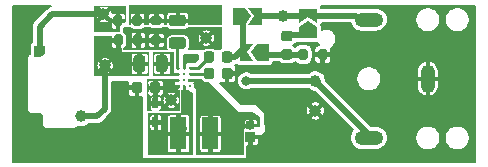
<source format=gbr>
%TF.GenerationSoftware,KiCad,Pcbnew,(5.1.10)-1*%
%TF.CreationDate,2021-10-05T14:24:33+02:00*%
%TF.ProjectId,Masterproef ultrasonic transducer,4d617374-6572-4707-926f-656620756c74,rev?*%
%TF.SameCoordinates,Original*%
%TF.FileFunction,Copper,L1,Top*%
%TF.FilePolarity,Positive*%
%FSLAX46Y46*%
G04 Gerber Fmt 4.6, Leading zero omitted, Abs format (unit mm)*
G04 Created by KiCad (PCBNEW (5.1.10)-1) date 2021-10-05 14:24:33*
%MOMM*%
%LPD*%
G01*
G04 APERTURE LIST*
%TA.AperFunction,SMDPad,CuDef*%
%ADD10C,1.000000*%
%TD*%
%TA.AperFunction,SMDPad,CuDef*%
%ADD11C,0.100000*%
%TD*%
%TA.AperFunction,ComponentPad*%
%ADD12O,0.850000X0.850000*%
%TD*%
%TA.AperFunction,ComponentPad*%
%ADD13R,0.850000X0.850000*%
%TD*%
%TA.AperFunction,SMDPad,CuDef*%
%ADD14R,0.500000X0.818000*%
%TD*%
%TA.AperFunction,ComponentPad*%
%ADD15O,1.208000X2.416000*%
%TD*%
%TA.AperFunction,ComponentPad*%
%ADD16O,2.416000X1.208000*%
%TD*%
%TA.AperFunction,SMDPad,CuDef*%
%ADD17R,1.400000X2.700000*%
%TD*%
%TA.AperFunction,SMDPad,CuDef*%
%ADD18C,0.306000*%
%TD*%
%TA.AperFunction,ViaPad*%
%ADD19C,0.300000*%
%TD*%
%TA.AperFunction,ViaPad*%
%ADD20C,0.500000*%
%TD*%
%TA.AperFunction,ViaPad*%
%ADD21C,0.800000*%
%TD*%
%TA.AperFunction,Conductor*%
%ADD22C,0.250000*%
%TD*%
%TA.AperFunction,Conductor*%
%ADD23C,0.500000*%
%TD*%
%TA.AperFunction,Conductor*%
%ADD24C,0.200000*%
%TD*%
%TA.AperFunction,Conductor*%
%ADD25C,0.400000*%
%TD*%
%TA.AperFunction,Conductor*%
%ADD26C,0.100000*%
%TD*%
G04 APERTURE END LIST*
D10*
%TO.P,X1,2*%
%TO.N,/MEMS_NEG_POLE*%
X103858000Y-91904000D03*
%TA.AperFunction,SMDPad,CuDef*%
D11*
%TO.P,X1,*%
%TO.N,/MEMS_POS_POLE*%
G36*
X99908000Y-85954000D02*
G01*
X100808000Y-85954000D01*
X100808000Y-86404000D01*
X100807458Y-86408191D01*
X100807458Y-86426080D01*
X100803129Y-86470029D01*
X100794514Y-86513341D01*
X100793376Y-86517093D01*
X100793000Y-86520000D01*
X100791092Y-86524621D01*
X100781695Y-86555600D01*
X100764795Y-86596400D01*
X100750138Y-86623822D01*
X100748000Y-86629000D01*
X100745965Y-86631628D01*
X100743978Y-86635346D01*
X100719443Y-86672065D01*
X100691428Y-86706202D01*
X100677269Y-86720361D01*
X100676000Y-86722000D01*
X100674361Y-86723269D01*
X100660202Y-86737428D01*
X100626065Y-86765443D01*
X100589346Y-86789978D01*
X100585627Y-86791966D01*
X100583000Y-86794000D01*
X100577822Y-86796138D01*
X100550400Y-86810795D01*
X100509600Y-86827695D01*
X100478618Y-86837093D01*
X100474000Y-86839000D01*
X100471093Y-86839376D01*
X100467341Y-86840514D01*
X100424029Y-86849129D01*
X100380080Y-86853458D01*
X100362191Y-86853458D01*
X100358000Y-86854000D01*
X99908000Y-86854000D01*
X99908000Y-85954000D01*
G37*
%TD.AperFunction*%
%TD*%
D12*
%TO.P,J1,2*%
%TO.N,+3V3*%
X118211600Y-92659200D03*
D13*
%TO.P,J1,1*%
%TO.N,GND*%
X118211600Y-93659200D03*
%TD*%
%TA.AperFunction,SMDPad,CuDef*%
D11*
%TO.P,JP3,1*%
%TO.N,Net-(C10-Pad2)*%
G36*
X118253000Y-86487000D02*
G01*
X118753000Y-85737000D01*
X119753000Y-85737000D01*
X119753000Y-87237000D01*
X118753000Y-87237000D01*
X118253000Y-86487000D01*
G37*
%TD.AperFunction*%
%TA.AperFunction,SMDPad,CuDef*%
%TO.P,JP3,2*%
%TO.N,Net-(C6-Pad1)*%
G36*
X117303000Y-85737000D02*
G01*
X118453000Y-85737000D01*
X117953000Y-86487000D01*
X118453000Y-87237000D01*
X117303000Y-87237000D01*
X117303000Y-85737000D01*
G37*
%TD.AperFunction*%
%TD*%
%TA.AperFunction,SMDPad,CuDef*%
%TO.P,JP2,1*%
%TO.N,Net-(C10-Pad1)*%
G36*
X123088400Y-83799000D02*
G01*
X123838400Y-84299000D01*
X123838400Y-85299000D01*
X122338400Y-85299000D01*
X122338400Y-84299000D01*
X123088400Y-83799000D01*
G37*
%TD.AperFunction*%
%TA.AperFunction,SMDPad,CuDef*%
%TO.P,JP2,2*%
%TO.N,/AUDIO_IN*%
G36*
X123838400Y-82849000D02*
G01*
X123838400Y-83999000D01*
X123088400Y-83499000D01*
X122338400Y-83999000D01*
X122338400Y-82849000D01*
X123838400Y-82849000D01*
G37*
%TD.AperFunction*%
%TD*%
%TA.AperFunction,SMDPad,CuDef*%
%TO.P,JP1,1*%
%TO.N,Net-(C6-Pad1)*%
G36*
X118218800Y-83439000D02*
G01*
X117718800Y-84189000D01*
X116718800Y-84189000D01*
X116718800Y-82689000D01*
X117718800Y-82689000D01*
X118218800Y-83439000D01*
G37*
%TD.AperFunction*%
%TA.AperFunction,SMDPad,CuDef*%
%TO.P,JP1,2*%
%TO.N,/AUDIO_IN*%
G36*
X119168800Y-84189000D02*
G01*
X118018800Y-84189000D01*
X118518800Y-83439000D01*
X118018800Y-82689000D01*
X119168800Y-82689000D01*
X119168800Y-84189000D01*
G37*
%TD.AperFunction*%
%TD*%
D14*
%TO.P,D2,2*%
%TO.N,Net-(D2-Pad2)*%
X110159800Y-92395600D03*
%TO.P,D2,1*%
%TO.N,Net-(C5-Pad1)*%
X110159800Y-90779600D03*
%TD*%
%TO.P,R7,2*%
%TO.N,Net-(C10-Pad2)*%
%TA.AperFunction,SMDPad,CuDef*%
G36*
G01*
X123069800Y-86389800D02*
X123069800Y-86939800D01*
G75*
G02*
X122869800Y-87139800I-200000J0D01*
G01*
X122469800Y-87139800D01*
G75*
G02*
X122269800Y-86939800I0J200000D01*
G01*
X122269800Y-86389800D01*
G75*
G02*
X122469800Y-86189800I200000J0D01*
G01*
X122869800Y-86189800D01*
G75*
G02*
X123069800Y-86389800I0J-200000D01*
G01*
G37*
%TD.AperFunction*%
%TO.P,R7,1*%
%TO.N,GND*%
%TA.AperFunction,SMDPad,CuDef*%
G36*
G01*
X124719800Y-86389800D02*
X124719800Y-86939800D01*
G75*
G02*
X124519800Y-87139800I-200000J0D01*
G01*
X124119800Y-87139800D01*
G75*
G02*
X123919800Y-86939800I0J200000D01*
G01*
X123919800Y-86389800D01*
G75*
G02*
X124119800Y-86189800I200000J0D01*
G01*
X124519800Y-86189800D01*
G75*
G02*
X124719800Y-86389800I0J-200000D01*
G01*
G37*
%TD.AperFunction*%
%TD*%
%TO.P,C10,2*%
%TO.N,Net-(C10-Pad2)*%
%TA.AperFunction,SMDPad,CuDef*%
G36*
G01*
X121035000Y-86202400D02*
X121535000Y-86202400D01*
G75*
G02*
X121760000Y-86427400I0J-225000D01*
G01*
X121760000Y-86877400D01*
G75*
G02*
X121535000Y-87102400I-225000J0D01*
G01*
X121035000Y-87102400D01*
G75*
G02*
X120810000Y-86877400I0J225000D01*
G01*
X120810000Y-86427400D01*
G75*
G02*
X121035000Y-86202400I225000J0D01*
G01*
G37*
%TD.AperFunction*%
%TO.P,C10,1*%
%TO.N,Net-(C10-Pad1)*%
%TA.AperFunction,SMDPad,CuDef*%
G36*
G01*
X121035000Y-84652400D02*
X121535000Y-84652400D01*
G75*
G02*
X121760000Y-84877400I0J-225000D01*
G01*
X121760000Y-85327400D01*
G75*
G02*
X121535000Y-85552400I-225000J0D01*
G01*
X121035000Y-85552400D01*
G75*
G02*
X120810000Y-85327400I0J225000D01*
G01*
X120810000Y-84877400D01*
G75*
G02*
X121035000Y-84652400I225000J0D01*
G01*
G37*
%TD.AperFunction*%
%TD*%
D15*
%TO.P,J2,1*%
%TO.N,GND*%
X133223000Y-88726000D03*
D16*
%TO.P,J2,5*%
%TO.N,/AUDIO_IN*%
X128223000Y-83726000D03*
%TO.P,J2,2*%
%TO.N,/ENABLE*%
X128223000Y-93726000D03*
%TD*%
D10*
%TO.P,9,1*%
%TO.N,GND*%
X123698000Y-91440000D03*
%TD*%
%TO.P,7,1*%
%TO.N,+15V*%
X114429540Y-85242400D03*
%TD*%
%TO.P,6,1*%
%TO.N,Net-(C5-Pad1)*%
X111455200Y-90500200D03*
%TD*%
%TO.P,4,1*%
%TO.N,/MEMS_NEG_POLE*%
X105867200Y-87579200D03*
%TD*%
%TO.P,3,1*%
%TO.N,/MEMS_POS_POLE*%
X105765600Y-83235800D03*
%TD*%
%TO.P,2,1*%
%TO.N,/ENABLE*%
X123698000Y-88900000D03*
%TD*%
%TO.P,1,1*%
%TO.N,/AUDIO_IN*%
X120954800Y-83413600D03*
%TD*%
D17*
%TO.P,L2,2*%
%TO.N,Net-(D2-Pad2)*%
X112082600Y-93345000D03*
%TO.P,L2,1*%
%TO.N,+3V3*%
X114782600Y-93345000D03*
%TD*%
D18*
%TO.P,IC2,D3*%
%TO.N,GND*%
X113055020Y-89322340D03*
%TO.P,IC2,D2*%
%TO.N,Net-(D2-Pad2)*%
X112555020Y-89322340D03*
%TO.P,IC2,D1*%
%TO.N,Net-(C5-Pad1)*%
X112055020Y-89322340D03*
%TO.P,IC2,C3*%
%TO.N,+3V3*%
X113055020Y-88822340D03*
%TO.P,IC2,C2*%
%TO.N,/ENABLE*%
X112555020Y-88822340D03*
%TO.P,IC2,C1*%
%TO.N,Net-(C5-Pad1)*%
X112055020Y-88822340D03*
%TO.P,IC2,B3*%
%TO.N,Net-(C9-Pad1)*%
X113055020Y-88322340D03*
%TO.P,IC2,B2*%
%TO.N,/GAIN*%
X112555020Y-88322340D03*
%TO.P,IC2,B1*%
%TO.N,Net-(C8-Pad2)*%
X112055020Y-88322340D03*
%TO.P,IC2,A3*%
%TO.N,Net-(C6-Pad2)*%
X113055020Y-87822340D03*
%TO.P,IC2,A2*%
%TO.N,GND*%
X112555020Y-87822340D03*
%TO.P,IC2,A1*%
%TO.N,Net-(C7-Pad2)*%
X112055020Y-87822340D03*
%TD*%
%TO.P,R6,2*%
%TO.N,/MEMS_POS_POLE*%
%TA.AperFunction,SMDPad,CuDef*%
G36*
G01*
X107362940Y-83517060D02*
X107362940Y-84067060D01*
G75*
G02*
X107162940Y-84267060I-200000J0D01*
G01*
X106762940Y-84267060D01*
G75*
G02*
X106562940Y-84067060I0J200000D01*
G01*
X106562940Y-83517060D01*
G75*
G02*
X106762940Y-83317060I200000J0D01*
G01*
X107162940Y-83317060D01*
G75*
G02*
X107362940Y-83517060I0J-200000D01*
G01*
G37*
%TD.AperFunction*%
%TO.P,R6,1*%
%TO.N,Net-(C7-Pad1)*%
%TA.AperFunction,SMDPad,CuDef*%
G36*
G01*
X109012940Y-83517060D02*
X109012940Y-84067060D01*
G75*
G02*
X108812940Y-84267060I-200000J0D01*
G01*
X108412940Y-84267060D01*
G75*
G02*
X108212940Y-84067060I0J200000D01*
G01*
X108212940Y-83517060D01*
G75*
G02*
X108412940Y-83317060I200000J0D01*
G01*
X108812940Y-83317060D01*
G75*
G02*
X109012940Y-83517060I0J-200000D01*
G01*
G37*
%TD.AperFunction*%
%TD*%
%TO.P,R5,2*%
%TO.N,+15V*%
%TA.AperFunction,SMDPad,CuDef*%
G36*
G01*
X108266280Y-85710440D02*
X108266280Y-85160440D01*
G75*
G02*
X108466280Y-84960440I200000J0D01*
G01*
X108866280Y-84960440D01*
G75*
G02*
X109066280Y-85160440I0J-200000D01*
G01*
X109066280Y-85710440D01*
G75*
G02*
X108866280Y-85910440I-200000J0D01*
G01*
X108466280Y-85910440D01*
G75*
G02*
X108266280Y-85710440I0J200000D01*
G01*
G37*
%TD.AperFunction*%
%TO.P,R5,1*%
%TO.N,/MEMS_NEG_POLE*%
%TA.AperFunction,SMDPad,CuDef*%
G36*
G01*
X106616280Y-85710440D02*
X106616280Y-85160440D01*
G75*
G02*
X106816280Y-84960440I200000J0D01*
G01*
X107216280Y-84960440D01*
G75*
G02*
X107416280Y-85160440I0J-200000D01*
G01*
X107416280Y-85710440D01*
G75*
G02*
X107216280Y-85910440I-200000J0D01*
G01*
X106816280Y-85910440D01*
G75*
G02*
X106616280Y-85710440I0J200000D01*
G01*
G37*
%TD.AperFunction*%
%TD*%
%TO.P,R4,2*%
%TO.N,+15V*%
%TA.AperFunction,SMDPad,CuDef*%
G36*
G01*
X109935600Y-85037480D02*
X110485600Y-85037480D01*
G75*
G02*
X110685600Y-85237480I0J-200000D01*
G01*
X110685600Y-85637480D01*
G75*
G02*
X110485600Y-85837480I-200000J0D01*
G01*
X109935600Y-85837480D01*
G75*
G02*
X109735600Y-85637480I0J200000D01*
G01*
X109735600Y-85237480D01*
G75*
G02*
X109935600Y-85037480I200000J0D01*
G01*
G37*
%TD.AperFunction*%
%TO.P,R4,1*%
%TO.N,Net-(C7-Pad1)*%
%TA.AperFunction,SMDPad,CuDef*%
G36*
G01*
X109935600Y-83387480D02*
X110485600Y-83387480D01*
G75*
G02*
X110685600Y-83587480I0J-200000D01*
G01*
X110685600Y-83987480D01*
G75*
G02*
X110485600Y-84187480I-200000J0D01*
G01*
X109935600Y-84187480D01*
G75*
G02*
X109735600Y-83987480I0J200000D01*
G01*
X109735600Y-83587480D01*
G75*
G02*
X109935600Y-83387480I200000J0D01*
G01*
G37*
%TD.AperFunction*%
%TD*%
%TO.P,C9,2*%
%TO.N,GND*%
%TA.AperFunction,SMDPad,CuDef*%
G36*
G01*
X115795640Y-88525160D02*
X115795640Y-88025160D01*
G75*
G02*
X116020640Y-87800160I225000J0D01*
G01*
X116470640Y-87800160D01*
G75*
G02*
X116695640Y-88025160I0J-225000D01*
G01*
X116695640Y-88525160D01*
G75*
G02*
X116470640Y-88750160I-225000J0D01*
G01*
X116020640Y-88750160D01*
G75*
G02*
X115795640Y-88525160I0J225000D01*
G01*
G37*
%TD.AperFunction*%
%TO.P,C9,1*%
%TO.N,Net-(C9-Pad1)*%
%TA.AperFunction,SMDPad,CuDef*%
G36*
G01*
X114245640Y-88525160D02*
X114245640Y-88025160D01*
G75*
G02*
X114470640Y-87800160I225000J0D01*
G01*
X114920640Y-87800160D01*
G75*
G02*
X115145640Y-88025160I0J-225000D01*
G01*
X115145640Y-88525160D01*
G75*
G02*
X114920640Y-88750160I-225000J0D01*
G01*
X114470640Y-88750160D01*
G75*
G02*
X114245640Y-88525160I0J225000D01*
G01*
G37*
%TD.AperFunction*%
%TD*%
%TO.P,C8,2*%
%TO.N,Net-(C8-Pad2)*%
%TA.AperFunction,SMDPad,CuDef*%
G36*
G01*
X110193200Y-87901800D02*
X110193200Y-86951800D01*
G75*
G02*
X110443200Y-86701800I250000J0D01*
G01*
X110943200Y-86701800D01*
G75*
G02*
X111193200Y-86951800I0J-250000D01*
G01*
X111193200Y-87901800D01*
G75*
G02*
X110943200Y-88151800I-250000J0D01*
G01*
X110443200Y-88151800D01*
G75*
G02*
X110193200Y-87901800I0J250000D01*
G01*
G37*
%TD.AperFunction*%
%TO.P,C8,1*%
%TO.N,/MEMS_NEG_POLE*%
%TA.AperFunction,SMDPad,CuDef*%
G36*
G01*
X108293200Y-87901800D02*
X108293200Y-86951800D01*
G75*
G02*
X108543200Y-86701800I250000J0D01*
G01*
X109043200Y-86701800D01*
G75*
G02*
X109293200Y-86951800I0J-250000D01*
G01*
X109293200Y-87901800D01*
G75*
G02*
X109043200Y-88151800I-250000J0D01*
G01*
X108543200Y-88151800D01*
G75*
G02*
X108293200Y-87901800I0J250000D01*
G01*
G37*
%TD.AperFunction*%
%TD*%
%TO.P,C7,2*%
%TO.N,Net-(C7-Pad2)*%
%TA.AperFunction,SMDPad,CuDef*%
G36*
G01*
X111544080Y-85186940D02*
X112494080Y-85186940D01*
G75*
G02*
X112744080Y-85436940I0J-250000D01*
G01*
X112744080Y-85936940D01*
G75*
G02*
X112494080Y-86186940I-250000J0D01*
G01*
X111544080Y-86186940D01*
G75*
G02*
X111294080Y-85936940I0J250000D01*
G01*
X111294080Y-85436940D01*
G75*
G02*
X111544080Y-85186940I250000J0D01*
G01*
G37*
%TD.AperFunction*%
%TO.P,C7,1*%
%TO.N,Net-(C7-Pad1)*%
%TA.AperFunction,SMDPad,CuDef*%
G36*
G01*
X111544080Y-83286940D02*
X112494080Y-83286940D01*
G75*
G02*
X112744080Y-83536940I0J-250000D01*
G01*
X112744080Y-84036940D01*
G75*
G02*
X112494080Y-84286940I-250000J0D01*
G01*
X111544080Y-84286940D01*
G75*
G02*
X111294080Y-84036940I0J250000D01*
G01*
X111294080Y-83536940D01*
G75*
G02*
X111544080Y-83286940I250000J0D01*
G01*
G37*
%TD.AperFunction*%
%TD*%
%TO.P,C6,2*%
%TO.N,Net-(C6-Pad2)*%
%TA.AperFunction,SMDPad,CuDef*%
G36*
G01*
X115135480Y-86620540D02*
X115135480Y-87120540D01*
G75*
G02*
X114910480Y-87345540I-225000J0D01*
G01*
X114460480Y-87345540D01*
G75*
G02*
X114235480Y-87120540I0J225000D01*
G01*
X114235480Y-86620540D01*
G75*
G02*
X114460480Y-86395540I225000J0D01*
G01*
X114910480Y-86395540D01*
G75*
G02*
X115135480Y-86620540I0J-225000D01*
G01*
G37*
%TD.AperFunction*%
%TO.P,C6,1*%
%TO.N,Net-(C6-Pad1)*%
%TA.AperFunction,SMDPad,CuDef*%
G36*
G01*
X116685480Y-86620540D02*
X116685480Y-87120540D01*
G75*
G02*
X116460480Y-87345540I-225000J0D01*
G01*
X116010480Y-87345540D01*
G75*
G02*
X115785480Y-87120540I0J225000D01*
G01*
X115785480Y-86620540D01*
G75*
G02*
X116010480Y-86395540I225000J0D01*
G01*
X116460480Y-86395540D01*
G75*
G02*
X116685480Y-86620540I0J-225000D01*
G01*
G37*
%TD.AperFunction*%
%TD*%
%TO.P,C5,2*%
%TO.N,GND*%
%TA.AperFunction,SMDPad,CuDef*%
G36*
G01*
X109042020Y-89208800D02*
X109042020Y-89708800D01*
G75*
G02*
X108817020Y-89933800I-225000J0D01*
G01*
X108367020Y-89933800D01*
G75*
G02*
X108142020Y-89708800I0J225000D01*
G01*
X108142020Y-89208800D01*
G75*
G02*
X108367020Y-88983800I225000J0D01*
G01*
X108817020Y-88983800D01*
G75*
G02*
X109042020Y-89208800I0J-225000D01*
G01*
G37*
%TD.AperFunction*%
%TO.P,C5,1*%
%TO.N,Net-(C5-Pad1)*%
%TA.AperFunction,SMDPad,CuDef*%
G36*
G01*
X110592020Y-89208800D02*
X110592020Y-89708800D01*
G75*
G02*
X110367020Y-89933800I-225000J0D01*
G01*
X109917020Y-89933800D01*
G75*
G02*
X109692020Y-89708800I0J225000D01*
G01*
X109692020Y-89208800D01*
G75*
G02*
X109917020Y-88983800I225000J0D01*
G01*
X110367020Y-88983800D01*
G75*
G02*
X110592020Y-89208800I0J-225000D01*
G01*
G37*
%TD.AperFunction*%
%TD*%
D19*
%TO.N,GND*%
X112555020Y-87823040D03*
X113055400Y-89321640D03*
D20*
X112776000Y-86995000D03*
X113411000Y-86995000D03*
%TO.N,+15V*%
X109474000Y-84582000D03*
D19*
%TO.N,/GAIN*%
X112555020Y-88320880D03*
D21*
%TO.N,/ENABLE*%
X117856000Y-88900000D03*
D19*
X112555020Y-88821260D03*
%TD*%
D22*
%TO.N,GND*%
X112555020Y-87236300D02*
X112684560Y-87106760D01*
X112555020Y-87822340D02*
X112555020Y-87236300D01*
X116248090Y-88272710D02*
X116245640Y-88275160D01*
X116245640Y-88275160D02*
X116067840Y-88275160D01*
X116245640Y-88275160D02*
X116245640Y-88224360D01*
D23*
X116416840Y-88275160D02*
X116245640Y-88275160D01*
D22*
%TO.N,+3V3*%
X113594700Y-88822340D02*
X113055020Y-88822340D01*
X114517040Y-89744680D02*
X113594700Y-88822340D01*
X114461379Y-89800341D02*
X114517040Y-89744680D01*
%TO.N,+15V*%
X110208560Y-85435440D02*
X110210600Y-85437480D01*
X108666280Y-85435440D02*
X110208560Y-85435440D01*
X110228880Y-85437480D02*
X110210600Y-85437480D01*
%TO.N,Net-(C5-Pad1)*%
X112055020Y-88822340D02*
X111690340Y-88822340D01*
X111690340Y-89266840D02*
X111634840Y-89322340D01*
X111690340Y-88822340D02*
X111690340Y-89266840D01*
X112055020Y-89322340D02*
X111634840Y-89322340D01*
X110136940Y-89324180D02*
X110142020Y-89319100D01*
X110145260Y-89322340D02*
X110142020Y-89319100D01*
D24*
X110058200Y-89656920D02*
X110142020Y-89573100D01*
X110058200Y-90728800D02*
X110058200Y-89656920D01*
D22*
%TO.N,Net-(C6-Pad2)*%
X113733680Y-87822340D02*
X114685480Y-86870540D01*
X113055020Y-87822340D02*
X113733680Y-87822340D01*
D23*
%TO.N,/AUDIO_IN*%
X120954800Y-83413600D02*
X119202200Y-83413600D01*
X120954800Y-83413600D02*
X122275600Y-83413600D01*
D22*
X122275600Y-83413600D02*
X122301000Y-83413600D01*
X122275600Y-83413600D02*
X122936000Y-83413600D01*
D23*
X128092200Y-83726000D02*
X127541000Y-83726000D01*
X127177800Y-83362800D02*
X123850400Y-83362800D01*
D22*
X123102200Y-83362800D02*
X123088400Y-83349000D01*
X123850400Y-83362800D02*
X123102200Y-83362800D01*
X119176800Y-83439000D02*
X119202200Y-83413600D01*
X118668800Y-83439000D02*
X119176800Y-83439000D01*
D23*
X127541000Y-83726000D02*
X127177800Y-83362800D01*
X128223000Y-83726000D02*
X127541000Y-83726000D01*
D22*
%TO.N,Net-(C7-Pad2)*%
X112019080Y-87786400D02*
X112055020Y-87822340D01*
X112019080Y-85686940D02*
X112019080Y-87786400D01*
%TO.N,Net-(C7-Pad1)*%
X110211140Y-83786940D02*
X110210600Y-83787480D01*
X112019080Y-83786940D02*
X110211140Y-83786940D01*
X108617520Y-83787480D02*
X108612940Y-83792060D01*
X110210600Y-83787480D02*
X108617520Y-83787480D01*
%TO.N,Net-(C8-Pad2)*%
X112055020Y-88322340D02*
X111461740Y-88322340D01*
%TO.N,/MEMS_NEG_POLE*%
X107016280Y-85435440D02*
X107016280Y-86031340D01*
X106611420Y-86436200D02*
X106199940Y-86436200D01*
X107016280Y-86031340D02*
X106611420Y-86436200D01*
D23*
X105867200Y-91236800D02*
X105867200Y-87579200D01*
X105200000Y-91904000D02*
X103858000Y-91904000D01*
X105867200Y-91236800D02*
X105200000Y-91904000D01*
D22*
%TO.N,Net-(C9-Pad1)*%
X113058640Y-88325960D02*
X113055020Y-88322340D01*
X114648460Y-88322340D02*
X114695640Y-88275160D01*
X113055020Y-88322340D02*
X114648460Y-88322340D01*
D23*
%TO.N,/ENABLE*%
X128092200Y-93294200D02*
X123698000Y-88900000D01*
X128092200Y-93726000D02*
X128092200Y-93294200D01*
X123698000Y-88900000D02*
X117856000Y-88900000D01*
%TO.N,/MEMS_POS_POLE*%
X100358000Y-84300000D02*
X100358000Y-86404000D01*
X101422200Y-83235800D02*
X100358000Y-84300000D01*
X105765600Y-83235800D02*
X101422200Y-83235800D01*
D22*
%TO.N,Net-(D2-Pad2)*%
X112568420Y-89322340D02*
X112577019Y-89330939D01*
X112555020Y-89322340D02*
X112568420Y-89322340D01*
X112555020Y-89322340D02*
X112555020Y-89714782D01*
D25*
X112555020Y-92872580D02*
X112082600Y-93345000D01*
D24*
%TO.N,Net-(C6-Pad1)*%
X116235480Y-86870540D02*
X116456460Y-86870540D01*
D22*
X116492020Y-86614000D02*
X116235480Y-86870540D01*
D23*
X116235480Y-86870540D02*
X116939060Y-86870540D01*
X116939060Y-86870540D02*
X117449600Y-86360000D01*
X117542001Y-83762201D02*
X117218800Y-83439000D01*
X117449600Y-86360000D02*
X117542001Y-86267599D01*
X117542001Y-83861601D02*
X117542001Y-86267599D01*
X117218800Y-83538400D02*
X117542001Y-83861601D01*
X117218800Y-83439000D02*
X117218800Y-83538400D01*
%TO.N,Net-(C10-Pad2)*%
X119430800Y-86664800D02*
X119253000Y-86487000D01*
X122669800Y-86664800D02*
X119430800Y-86664800D01*
%TO.N,Net-(C10-Pad1)*%
X121371400Y-85016000D02*
X121285000Y-85102400D01*
X123088400Y-85016000D02*
X121371400Y-85016000D01*
%TD*%
D26*
%TO.N,+15V*%
X108037773Y-84317738D02*
X108093887Y-84386113D01*
X108162262Y-84442227D01*
X108240270Y-84483923D01*
X108324913Y-84509599D01*
X108412940Y-84518269D01*
X108812940Y-84518269D01*
X108900967Y-84509599D01*
X108985610Y-84483923D01*
X109063618Y-84442227D01*
X109131993Y-84386113D01*
X109188107Y-84317738D01*
X109196626Y-84301800D01*
X109612663Y-84301800D01*
X109616547Y-84306533D01*
X109684922Y-84362647D01*
X109762930Y-84404343D01*
X109847573Y-84430019D01*
X109935600Y-84438689D01*
X110485600Y-84438689D01*
X110573627Y-84430019D01*
X110658270Y-84404343D01*
X110736278Y-84362647D01*
X110804653Y-84306533D01*
X110808537Y-84301800D01*
X111120072Y-84301800D01*
X111127340Y-84315397D01*
X111189672Y-84391348D01*
X111265623Y-84453680D01*
X111352276Y-84499997D01*
X111446299Y-84528518D01*
X111544080Y-84538149D01*
X112494080Y-84538149D01*
X112591861Y-84528518D01*
X112685884Y-84499997D01*
X112772537Y-84453680D01*
X112848488Y-84391348D01*
X112910820Y-84315397D01*
X112918088Y-84301800D01*
X115723200Y-84301800D01*
X115723200Y-86017997D01*
X115615299Y-86233800D01*
X115186274Y-86233800D01*
X115175048Y-86224587D01*
X115092717Y-86180580D01*
X115003384Y-86153481D01*
X114910480Y-86144331D01*
X114460480Y-86144331D01*
X114367576Y-86153481D01*
X114278243Y-86180580D01*
X114195912Y-86224587D01*
X114184686Y-86233800D01*
X112895717Y-86233800D01*
X112910820Y-86215397D01*
X112957137Y-86128744D01*
X112985658Y-86034721D01*
X112995289Y-85936940D01*
X112995289Y-85798141D01*
X114085931Y-85798141D01*
X114146962Y-85886530D01*
X114278056Y-85929281D01*
X114414971Y-85945636D01*
X114552445Y-85934966D01*
X114685197Y-85897681D01*
X114712118Y-85886530D01*
X114773149Y-85798141D01*
X114429540Y-85454532D01*
X114085931Y-85798141D01*
X112995289Y-85798141D01*
X112995289Y-85436940D01*
X112985658Y-85339159D01*
X112957137Y-85245136D01*
X112947888Y-85227831D01*
X113726304Y-85227831D01*
X113736974Y-85365305D01*
X113774259Y-85498057D01*
X113785410Y-85524978D01*
X113873799Y-85586009D01*
X114217408Y-85242400D01*
X114641672Y-85242400D01*
X114985281Y-85586009D01*
X115073670Y-85524978D01*
X115116421Y-85393884D01*
X115132776Y-85256969D01*
X115122106Y-85119495D01*
X115084821Y-84986743D01*
X115073670Y-84959822D01*
X114985281Y-84898791D01*
X114641672Y-85242400D01*
X114217408Y-85242400D01*
X113873799Y-84898791D01*
X113785410Y-84959822D01*
X113742659Y-85090916D01*
X113726304Y-85227831D01*
X112947888Y-85227831D01*
X112910820Y-85158483D01*
X112848488Y-85082532D01*
X112772537Y-85020200D01*
X112685884Y-84973883D01*
X112591861Y-84945362D01*
X112494080Y-84935731D01*
X111544080Y-84935731D01*
X111446299Y-84945362D01*
X111352276Y-84973883D01*
X111265623Y-85020200D01*
X111189672Y-85082532D01*
X111127340Y-85158483D01*
X111081023Y-85245136D01*
X111052502Y-85339159D01*
X111042871Y-85436940D01*
X111042871Y-85936940D01*
X111052502Y-86034721D01*
X111081023Y-86128744D01*
X111127340Y-86215397D01*
X111142443Y-86233800D01*
X107441200Y-86233800D01*
X107441200Y-86099375D01*
X107466958Y-86085607D01*
X107535333Y-86029493D01*
X107591447Y-85961118D01*
X107618534Y-85910440D01*
X108065312Y-85910440D01*
X108069174Y-85949647D01*
X108080610Y-85987347D01*
X108099181Y-86022092D01*
X108124174Y-86052546D01*
X108154628Y-86077539D01*
X108189373Y-86096110D01*
X108227073Y-86107546D01*
X108266280Y-86111408D01*
X108466280Y-86110440D01*
X108516280Y-86060440D01*
X108516280Y-85585440D01*
X108816280Y-85585440D01*
X108816280Y-86060440D01*
X108866280Y-86110440D01*
X109066280Y-86111408D01*
X109105487Y-86107546D01*
X109143187Y-86096110D01*
X109177932Y-86077539D01*
X109208386Y-86052546D01*
X109233379Y-86022092D01*
X109251950Y-85987347D01*
X109263386Y-85949647D01*
X109267248Y-85910440D01*
X109266992Y-85837480D01*
X109534632Y-85837480D01*
X109538494Y-85876687D01*
X109549930Y-85914387D01*
X109568501Y-85949132D01*
X109593494Y-85979586D01*
X109623948Y-86004579D01*
X109658693Y-86023150D01*
X109696393Y-86034586D01*
X109735600Y-86038448D01*
X110010600Y-86037480D01*
X110060600Y-85987480D01*
X110060600Y-85587480D01*
X110360600Y-85587480D01*
X110360600Y-85987480D01*
X110410600Y-86037480D01*
X110685600Y-86038448D01*
X110724807Y-86034586D01*
X110762507Y-86023150D01*
X110797252Y-86004579D01*
X110827706Y-85979586D01*
X110852699Y-85949132D01*
X110871270Y-85914387D01*
X110882706Y-85876687D01*
X110886568Y-85837480D01*
X110885600Y-85637480D01*
X110835600Y-85587480D01*
X110360600Y-85587480D01*
X110060600Y-85587480D01*
X109585600Y-85587480D01*
X109535600Y-85637480D01*
X109534632Y-85837480D01*
X109266992Y-85837480D01*
X109266280Y-85635440D01*
X109216280Y-85585440D01*
X108816280Y-85585440D01*
X108516280Y-85585440D01*
X108116280Y-85585440D01*
X108066280Y-85635440D01*
X108065312Y-85910440D01*
X107618534Y-85910440D01*
X107633143Y-85883110D01*
X107658819Y-85798467D01*
X107667489Y-85710440D01*
X107667489Y-85160440D01*
X107658819Y-85072413D01*
X107633143Y-84987770D01*
X107618535Y-84960440D01*
X108065312Y-84960440D01*
X108066280Y-85235440D01*
X108116280Y-85285440D01*
X108516280Y-85285440D01*
X108516280Y-84810440D01*
X108816280Y-84810440D01*
X108816280Y-85285440D01*
X109216280Y-85285440D01*
X109266280Y-85235440D01*
X109266976Y-85037480D01*
X109534632Y-85037480D01*
X109535600Y-85237480D01*
X109585600Y-85287480D01*
X110060600Y-85287480D01*
X110060600Y-84887480D01*
X110360600Y-84887480D01*
X110360600Y-85287480D01*
X110835600Y-85287480D01*
X110885600Y-85237480D01*
X110886568Y-85037480D01*
X110882706Y-84998273D01*
X110871270Y-84960573D01*
X110852699Y-84925828D01*
X110827706Y-84895374D01*
X110797252Y-84870381D01*
X110762507Y-84851810D01*
X110724807Y-84840374D01*
X110685600Y-84836512D01*
X110410600Y-84837480D01*
X110360600Y-84887480D01*
X110060600Y-84887480D01*
X110010600Y-84837480D01*
X109735600Y-84836512D01*
X109696393Y-84840374D01*
X109658693Y-84851810D01*
X109623948Y-84870381D01*
X109593494Y-84895374D01*
X109568501Y-84925828D01*
X109549930Y-84960573D01*
X109538494Y-84998273D01*
X109534632Y-85037480D01*
X109266976Y-85037480D01*
X109267248Y-84960440D01*
X109263386Y-84921233D01*
X109251950Y-84883533D01*
X109233379Y-84848788D01*
X109208386Y-84818334D01*
X109177932Y-84793341D01*
X109143187Y-84774770D01*
X109105487Y-84763334D01*
X109066280Y-84759472D01*
X108866280Y-84760440D01*
X108816280Y-84810440D01*
X108516280Y-84810440D01*
X108466280Y-84760440D01*
X108266280Y-84759472D01*
X108227073Y-84763334D01*
X108189373Y-84774770D01*
X108154628Y-84793341D01*
X108124174Y-84818334D01*
X108099181Y-84848788D01*
X108080610Y-84883533D01*
X108069174Y-84921233D01*
X108065312Y-84960440D01*
X107618535Y-84960440D01*
X107591447Y-84909762D01*
X107535333Y-84841387D01*
X107466958Y-84785273D01*
X107441200Y-84771505D01*
X107441200Y-84686659D01*
X114085931Y-84686659D01*
X114429540Y-85030268D01*
X114773149Y-84686659D01*
X114712118Y-84598270D01*
X114581024Y-84555519D01*
X114444109Y-84539164D01*
X114306635Y-84549834D01*
X114173883Y-84587119D01*
X114146962Y-84598270D01*
X114085931Y-84686659D01*
X107441200Y-84686659D01*
X107441200Y-84419591D01*
X107481993Y-84386113D01*
X107538107Y-84317738D01*
X107546626Y-84301800D01*
X108029254Y-84301800D01*
X108037773Y-84317738D01*
%TA.AperFunction,Conductor*%
G36*
X108037773Y-84317738D02*
G01*
X108093887Y-84386113D01*
X108162262Y-84442227D01*
X108240270Y-84483923D01*
X108324913Y-84509599D01*
X108412940Y-84518269D01*
X108812940Y-84518269D01*
X108900967Y-84509599D01*
X108985610Y-84483923D01*
X109063618Y-84442227D01*
X109131993Y-84386113D01*
X109188107Y-84317738D01*
X109196626Y-84301800D01*
X109612663Y-84301800D01*
X109616547Y-84306533D01*
X109684922Y-84362647D01*
X109762930Y-84404343D01*
X109847573Y-84430019D01*
X109935600Y-84438689D01*
X110485600Y-84438689D01*
X110573627Y-84430019D01*
X110658270Y-84404343D01*
X110736278Y-84362647D01*
X110804653Y-84306533D01*
X110808537Y-84301800D01*
X111120072Y-84301800D01*
X111127340Y-84315397D01*
X111189672Y-84391348D01*
X111265623Y-84453680D01*
X111352276Y-84499997D01*
X111446299Y-84528518D01*
X111544080Y-84538149D01*
X112494080Y-84538149D01*
X112591861Y-84528518D01*
X112685884Y-84499997D01*
X112772537Y-84453680D01*
X112848488Y-84391348D01*
X112910820Y-84315397D01*
X112918088Y-84301800D01*
X115723200Y-84301800D01*
X115723200Y-86017997D01*
X115615299Y-86233800D01*
X115186274Y-86233800D01*
X115175048Y-86224587D01*
X115092717Y-86180580D01*
X115003384Y-86153481D01*
X114910480Y-86144331D01*
X114460480Y-86144331D01*
X114367576Y-86153481D01*
X114278243Y-86180580D01*
X114195912Y-86224587D01*
X114184686Y-86233800D01*
X112895717Y-86233800D01*
X112910820Y-86215397D01*
X112957137Y-86128744D01*
X112985658Y-86034721D01*
X112995289Y-85936940D01*
X112995289Y-85798141D01*
X114085931Y-85798141D01*
X114146962Y-85886530D01*
X114278056Y-85929281D01*
X114414971Y-85945636D01*
X114552445Y-85934966D01*
X114685197Y-85897681D01*
X114712118Y-85886530D01*
X114773149Y-85798141D01*
X114429540Y-85454532D01*
X114085931Y-85798141D01*
X112995289Y-85798141D01*
X112995289Y-85436940D01*
X112985658Y-85339159D01*
X112957137Y-85245136D01*
X112947888Y-85227831D01*
X113726304Y-85227831D01*
X113736974Y-85365305D01*
X113774259Y-85498057D01*
X113785410Y-85524978D01*
X113873799Y-85586009D01*
X114217408Y-85242400D01*
X114641672Y-85242400D01*
X114985281Y-85586009D01*
X115073670Y-85524978D01*
X115116421Y-85393884D01*
X115132776Y-85256969D01*
X115122106Y-85119495D01*
X115084821Y-84986743D01*
X115073670Y-84959822D01*
X114985281Y-84898791D01*
X114641672Y-85242400D01*
X114217408Y-85242400D01*
X113873799Y-84898791D01*
X113785410Y-84959822D01*
X113742659Y-85090916D01*
X113726304Y-85227831D01*
X112947888Y-85227831D01*
X112910820Y-85158483D01*
X112848488Y-85082532D01*
X112772537Y-85020200D01*
X112685884Y-84973883D01*
X112591861Y-84945362D01*
X112494080Y-84935731D01*
X111544080Y-84935731D01*
X111446299Y-84945362D01*
X111352276Y-84973883D01*
X111265623Y-85020200D01*
X111189672Y-85082532D01*
X111127340Y-85158483D01*
X111081023Y-85245136D01*
X111052502Y-85339159D01*
X111042871Y-85436940D01*
X111042871Y-85936940D01*
X111052502Y-86034721D01*
X111081023Y-86128744D01*
X111127340Y-86215397D01*
X111142443Y-86233800D01*
X107441200Y-86233800D01*
X107441200Y-86099375D01*
X107466958Y-86085607D01*
X107535333Y-86029493D01*
X107591447Y-85961118D01*
X107618534Y-85910440D01*
X108065312Y-85910440D01*
X108069174Y-85949647D01*
X108080610Y-85987347D01*
X108099181Y-86022092D01*
X108124174Y-86052546D01*
X108154628Y-86077539D01*
X108189373Y-86096110D01*
X108227073Y-86107546D01*
X108266280Y-86111408D01*
X108466280Y-86110440D01*
X108516280Y-86060440D01*
X108516280Y-85585440D01*
X108816280Y-85585440D01*
X108816280Y-86060440D01*
X108866280Y-86110440D01*
X109066280Y-86111408D01*
X109105487Y-86107546D01*
X109143187Y-86096110D01*
X109177932Y-86077539D01*
X109208386Y-86052546D01*
X109233379Y-86022092D01*
X109251950Y-85987347D01*
X109263386Y-85949647D01*
X109267248Y-85910440D01*
X109266992Y-85837480D01*
X109534632Y-85837480D01*
X109538494Y-85876687D01*
X109549930Y-85914387D01*
X109568501Y-85949132D01*
X109593494Y-85979586D01*
X109623948Y-86004579D01*
X109658693Y-86023150D01*
X109696393Y-86034586D01*
X109735600Y-86038448D01*
X110010600Y-86037480D01*
X110060600Y-85987480D01*
X110060600Y-85587480D01*
X110360600Y-85587480D01*
X110360600Y-85987480D01*
X110410600Y-86037480D01*
X110685600Y-86038448D01*
X110724807Y-86034586D01*
X110762507Y-86023150D01*
X110797252Y-86004579D01*
X110827706Y-85979586D01*
X110852699Y-85949132D01*
X110871270Y-85914387D01*
X110882706Y-85876687D01*
X110886568Y-85837480D01*
X110885600Y-85637480D01*
X110835600Y-85587480D01*
X110360600Y-85587480D01*
X110060600Y-85587480D01*
X109585600Y-85587480D01*
X109535600Y-85637480D01*
X109534632Y-85837480D01*
X109266992Y-85837480D01*
X109266280Y-85635440D01*
X109216280Y-85585440D01*
X108816280Y-85585440D01*
X108516280Y-85585440D01*
X108116280Y-85585440D01*
X108066280Y-85635440D01*
X108065312Y-85910440D01*
X107618534Y-85910440D01*
X107633143Y-85883110D01*
X107658819Y-85798467D01*
X107667489Y-85710440D01*
X107667489Y-85160440D01*
X107658819Y-85072413D01*
X107633143Y-84987770D01*
X107618535Y-84960440D01*
X108065312Y-84960440D01*
X108066280Y-85235440D01*
X108116280Y-85285440D01*
X108516280Y-85285440D01*
X108516280Y-84810440D01*
X108816280Y-84810440D01*
X108816280Y-85285440D01*
X109216280Y-85285440D01*
X109266280Y-85235440D01*
X109266976Y-85037480D01*
X109534632Y-85037480D01*
X109535600Y-85237480D01*
X109585600Y-85287480D01*
X110060600Y-85287480D01*
X110060600Y-84887480D01*
X110360600Y-84887480D01*
X110360600Y-85287480D01*
X110835600Y-85287480D01*
X110885600Y-85237480D01*
X110886568Y-85037480D01*
X110882706Y-84998273D01*
X110871270Y-84960573D01*
X110852699Y-84925828D01*
X110827706Y-84895374D01*
X110797252Y-84870381D01*
X110762507Y-84851810D01*
X110724807Y-84840374D01*
X110685600Y-84836512D01*
X110410600Y-84837480D01*
X110360600Y-84887480D01*
X110060600Y-84887480D01*
X110010600Y-84837480D01*
X109735600Y-84836512D01*
X109696393Y-84840374D01*
X109658693Y-84851810D01*
X109623948Y-84870381D01*
X109593494Y-84895374D01*
X109568501Y-84925828D01*
X109549930Y-84960573D01*
X109538494Y-84998273D01*
X109534632Y-85037480D01*
X109266976Y-85037480D01*
X109267248Y-84960440D01*
X109263386Y-84921233D01*
X109251950Y-84883533D01*
X109233379Y-84848788D01*
X109208386Y-84818334D01*
X109177932Y-84793341D01*
X109143187Y-84774770D01*
X109105487Y-84763334D01*
X109066280Y-84759472D01*
X108866280Y-84760440D01*
X108816280Y-84810440D01*
X108516280Y-84810440D01*
X108466280Y-84760440D01*
X108266280Y-84759472D01*
X108227073Y-84763334D01*
X108189373Y-84774770D01*
X108154628Y-84793341D01*
X108124174Y-84818334D01*
X108099181Y-84848788D01*
X108080610Y-84883533D01*
X108069174Y-84921233D01*
X108065312Y-84960440D01*
X107618535Y-84960440D01*
X107591447Y-84909762D01*
X107535333Y-84841387D01*
X107466958Y-84785273D01*
X107441200Y-84771505D01*
X107441200Y-84686659D01*
X114085931Y-84686659D01*
X114429540Y-85030268D01*
X114773149Y-84686659D01*
X114712118Y-84598270D01*
X114581024Y-84555519D01*
X114444109Y-84539164D01*
X114306635Y-84549834D01*
X114173883Y-84587119D01*
X114146962Y-84598270D01*
X114085931Y-84686659D01*
X107441200Y-84686659D01*
X107441200Y-84419591D01*
X107481993Y-84386113D01*
X107538107Y-84317738D01*
X107546626Y-84301800D01*
X108029254Y-84301800D01*
X108037773Y-84317738D01*
G37*
%TD.AperFunction*%
%TD*%
%TO.N,Net-(C7-Pad1)*%
X115723200Y-84074800D02*
X112944363Y-84074800D01*
X112944080Y-83986940D01*
X112894080Y-83936940D01*
X112169080Y-83936940D01*
X112169080Y-83956940D01*
X111869080Y-83956940D01*
X111869080Y-83936940D01*
X111144080Y-83936940D01*
X111094080Y-83986940D01*
X111093797Y-84074800D01*
X110886023Y-84074800D01*
X110885600Y-83987480D01*
X110835600Y-83937480D01*
X110360600Y-83937480D01*
X110360600Y-83957480D01*
X110060600Y-83957480D01*
X110060600Y-83937480D01*
X109585600Y-83937480D01*
X109535600Y-83987480D01*
X109535177Y-84074800D01*
X109213231Y-84074800D01*
X109212940Y-83992060D01*
X109162940Y-83942060D01*
X108762940Y-83942060D01*
X108762940Y-83962060D01*
X108462940Y-83962060D01*
X108462940Y-83942060D01*
X108062940Y-83942060D01*
X108012940Y-83992060D01*
X108012649Y-84074800D01*
X107949200Y-84074800D01*
X107949200Y-83317060D01*
X108011972Y-83317060D01*
X108012940Y-83592060D01*
X108062940Y-83642060D01*
X108462940Y-83642060D01*
X108462940Y-83167060D01*
X108762940Y-83167060D01*
X108762940Y-83642060D01*
X109162940Y-83642060D01*
X109212940Y-83592060D01*
X109213660Y-83387480D01*
X109534632Y-83387480D01*
X109535600Y-83587480D01*
X109585600Y-83637480D01*
X110060600Y-83637480D01*
X110060600Y-83237480D01*
X110360600Y-83237480D01*
X110360600Y-83637480D01*
X110835600Y-83637480D01*
X110885600Y-83587480D01*
X110886568Y-83387480D01*
X110882706Y-83348273D01*
X110871270Y-83310573D01*
X110858639Y-83286940D01*
X111093112Y-83286940D01*
X111094080Y-83586940D01*
X111144080Y-83636940D01*
X111869080Y-83636940D01*
X111869080Y-83136940D01*
X112169080Y-83136940D01*
X112169080Y-83636940D01*
X112894080Y-83636940D01*
X112944080Y-83586940D01*
X112945048Y-83286940D01*
X112941186Y-83247733D01*
X112929750Y-83210033D01*
X112911179Y-83175288D01*
X112886186Y-83144834D01*
X112855732Y-83119841D01*
X112820987Y-83101270D01*
X112783287Y-83089834D01*
X112744080Y-83085972D01*
X112219080Y-83086940D01*
X112169080Y-83136940D01*
X111869080Y-83136940D01*
X111819080Y-83086940D01*
X111294080Y-83085972D01*
X111254873Y-83089834D01*
X111217173Y-83101270D01*
X111182428Y-83119841D01*
X111151974Y-83144834D01*
X111126981Y-83175288D01*
X111108410Y-83210033D01*
X111096974Y-83247733D01*
X111093112Y-83286940D01*
X110858639Y-83286940D01*
X110852699Y-83275828D01*
X110827706Y-83245374D01*
X110797252Y-83220381D01*
X110762507Y-83201810D01*
X110724807Y-83190374D01*
X110685600Y-83186512D01*
X110410600Y-83187480D01*
X110360600Y-83237480D01*
X110060600Y-83237480D01*
X110010600Y-83187480D01*
X109735600Y-83186512D01*
X109696393Y-83190374D01*
X109658693Y-83201810D01*
X109623948Y-83220381D01*
X109593494Y-83245374D01*
X109568501Y-83275828D01*
X109549930Y-83310573D01*
X109538494Y-83348273D01*
X109534632Y-83387480D01*
X109213660Y-83387480D01*
X109213908Y-83317060D01*
X109210046Y-83277853D01*
X109198610Y-83240153D01*
X109180039Y-83205408D01*
X109155046Y-83174954D01*
X109124592Y-83149961D01*
X109089847Y-83131390D01*
X109052147Y-83119954D01*
X109012940Y-83116092D01*
X108812940Y-83117060D01*
X108762940Y-83167060D01*
X108462940Y-83167060D01*
X108412940Y-83117060D01*
X108212940Y-83116092D01*
X108173733Y-83119954D01*
X108136033Y-83131390D01*
X108101288Y-83149961D01*
X108070834Y-83174954D01*
X108045841Y-83205408D01*
X108027270Y-83240153D01*
X108015834Y-83277853D01*
X108011972Y-83317060D01*
X107949200Y-83317060D01*
X107949200Y-82443717D01*
X115723200Y-82443503D01*
X115723200Y-84074800D01*
%TA.AperFunction,Conductor*%
G36*
X115723200Y-84074800D02*
G01*
X112944363Y-84074800D01*
X112944080Y-83986940D01*
X112894080Y-83936940D01*
X112169080Y-83936940D01*
X112169080Y-83956940D01*
X111869080Y-83956940D01*
X111869080Y-83936940D01*
X111144080Y-83936940D01*
X111094080Y-83986940D01*
X111093797Y-84074800D01*
X110886023Y-84074800D01*
X110885600Y-83987480D01*
X110835600Y-83937480D01*
X110360600Y-83937480D01*
X110360600Y-83957480D01*
X110060600Y-83957480D01*
X110060600Y-83937480D01*
X109585600Y-83937480D01*
X109535600Y-83987480D01*
X109535177Y-84074800D01*
X109213231Y-84074800D01*
X109212940Y-83992060D01*
X109162940Y-83942060D01*
X108762940Y-83942060D01*
X108762940Y-83962060D01*
X108462940Y-83962060D01*
X108462940Y-83942060D01*
X108062940Y-83942060D01*
X108012940Y-83992060D01*
X108012649Y-84074800D01*
X107949200Y-84074800D01*
X107949200Y-83317060D01*
X108011972Y-83317060D01*
X108012940Y-83592060D01*
X108062940Y-83642060D01*
X108462940Y-83642060D01*
X108462940Y-83167060D01*
X108762940Y-83167060D01*
X108762940Y-83642060D01*
X109162940Y-83642060D01*
X109212940Y-83592060D01*
X109213660Y-83387480D01*
X109534632Y-83387480D01*
X109535600Y-83587480D01*
X109585600Y-83637480D01*
X110060600Y-83637480D01*
X110060600Y-83237480D01*
X110360600Y-83237480D01*
X110360600Y-83637480D01*
X110835600Y-83637480D01*
X110885600Y-83587480D01*
X110886568Y-83387480D01*
X110882706Y-83348273D01*
X110871270Y-83310573D01*
X110858639Y-83286940D01*
X111093112Y-83286940D01*
X111094080Y-83586940D01*
X111144080Y-83636940D01*
X111869080Y-83636940D01*
X111869080Y-83136940D01*
X112169080Y-83136940D01*
X112169080Y-83636940D01*
X112894080Y-83636940D01*
X112944080Y-83586940D01*
X112945048Y-83286940D01*
X112941186Y-83247733D01*
X112929750Y-83210033D01*
X112911179Y-83175288D01*
X112886186Y-83144834D01*
X112855732Y-83119841D01*
X112820987Y-83101270D01*
X112783287Y-83089834D01*
X112744080Y-83085972D01*
X112219080Y-83086940D01*
X112169080Y-83136940D01*
X111869080Y-83136940D01*
X111819080Y-83086940D01*
X111294080Y-83085972D01*
X111254873Y-83089834D01*
X111217173Y-83101270D01*
X111182428Y-83119841D01*
X111151974Y-83144834D01*
X111126981Y-83175288D01*
X111108410Y-83210033D01*
X111096974Y-83247733D01*
X111093112Y-83286940D01*
X110858639Y-83286940D01*
X110852699Y-83275828D01*
X110827706Y-83245374D01*
X110797252Y-83220381D01*
X110762507Y-83201810D01*
X110724807Y-83190374D01*
X110685600Y-83186512D01*
X110410600Y-83187480D01*
X110360600Y-83237480D01*
X110060600Y-83237480D01*
X110010600Y-83187480D01*
X109735600Y-83186512D01*
X109696393Y-83190374D01*
X109658693Y-83201810D01*
X109623948Y-83220381D01*
X109593494Y-83245374D01*
X109568501Y-83275828D01*
X109549930Y-83310573D01*
X109538494Y-83348273D01*
X109534632Y-83387480D01*
X109213660Y-83387480D01*
X109213908Y-83317060D01*
X109210046Y-83277853D01*
X109198610Y-83240153D01*
X109180039Y-83205408D01*
X109155046Y-83174954D01*
X109124592Y-83149961D01*
X109089847Y-83131390D01*
X109052147Y-83119954D01*
X109012940Y-83116092D01*
X108812940Y-83117060D01*
X108762940Y-83167060D01*
X108462940Y-83167060D01*
X108412940Y-83117060D01*
X108212940Y-83116092D01*
X108173733Y-83119954D01*
X108136033Y-83131390D01*
X108101288Y-83149961D01*
X108070834Y-83174954D01*
X108045841Y-83205408D01*
X108027270Y-83240153D01*
X108015834Y-83277853D01*
X108011972Y-83317060D01*
X107949200Y-83317060D01*
X107949200Y-82443717D01*
X115723200Y-82443503D01*
X115723200Y-84074800D01*
G37*
%TD.AperFunction*%
%TD*%
%TO.N,/MEMS_POS_POLE*%
X107595200Y-83850090D02*
X107503230Y-83942060D01*
X107112940Y-83942060D01*
X107112940Y-84332350D01*
X107101845Y-84343445D01*
X107095627Y-84351021D01*
X107091006Y-84359666D01*
X107088161Y-84369045D01*
X107087200Y-84378800D01*
X107087200Y-84709231D01*
X106816280Y-84709231D01*
X106810503Y-84709800D01*
X104952000Y-84709800D01*
X104952000Y-84267060D01*
X106361972Y-84267060D01*
X106365834Y-84306267D01*
X106377270Y-84343967D01*
X106395841Y-84378712D01*
X106420834Y-84409166D01*
X106451288Y-84434159D01*
X106486033Y-84452730D01*
X106523733Y-84464166D01*
X106562940Y-84468028D01*
X106762940Y-84467060D01*
X106812940Y-84417060D01*
X106812940Y-83942060D01*
X106412940Y-83942060D01*
X106362940Y-83992060D01*
X106361972Y-84267060D01*
X104952000Y-84267060D01*
X104952000Y-83791541D01*
X105421991Y-83791541D01*
X105483022Y-83879930D01*
X105614116Y-83922681D01*
X105751031Y-83939036D01*
X105888505Y-83928366D01*
X106021257Y-83891081D01*
X106048178Y-83879930D01*
X106109209Y-83791541D01*
X105765600Y-83447932D01*
X105421991Y-83791541D01*
X104952000Y-83791541D01*
X104952000Y-83221231D01*
X105062364Y-83221231D01*
X105073034Y-83358705D01*
X105110319Y-83491457D01*
X105121470Y-83518378D01*
X105209859Y-83579409D01*
X105553468Y-83235800D01*
X105977732Y-83235800D01*
X106321341Y-83579409D01*
X106362795Y-83550786D01*
X106362940Y-83592060D01*
X106412940Y-83642060D01*
X106812940Y-83642060D01*
X106812940Y-83167060D01*
X107112940Y-83167060D01*
X107112940Y-83642060D01*
X107512940Y-83642060D01*
X107562940Y-83592060D01*
X107563908Y-83317060D01*
X107560046Y-83277853D01*
X107548610Y-83240153D01*
X107530039Y-83205408D01*
X107505046Y-83174954D01*
X107474592Y-83149961D01*
X107439847Y-83131390D01*
X107402147Y-83119954D01*
X107362940Y-83116092D01*
X107162940Y-83117060D01*
X107112940Y-83167060D01*
X106812940Y-83167060D01*
X106762940Y-83117060D01*
X106562940Y-83116092D01*
X106523733Y-83119954D01*
X106486033Y-83131390D01*
X106460654Y-83144955D01*
X106458166Y-83112895D01*
X106420881Y-82980143D01*
X106409730Y-82953222D01*
X106321341Y-82892191D01*
X105977732Y-83235800D01*
X105553468Y-83235800D01*
X105209859Y-82892191D01*
X105121470Y-82953222D01*
X105078719Y-83084316D01*
X105062364Y-83221231D01*
X104952000Y-83221231D01*
X104952000Y-82680059D01*
X105421991Y-82680059D01*
X105765600Y-83023668D01*
X106109209Y-82680059D01*
X106048178Y-82591670D01*
X105917084Y-82548919D01*
X105780169Y-82532564D01*
X105642695Y-82543234D01*
X105509943Y-82580519D01*
X105483022Y-82591670D01*
X105421991Y-82680059D01*
X104952000Y-82680059D01*
X104952000Y-82523800D01*
X107595200Y-82523800D01*
X107595200Y-83850090D01*
%TA.AperFunction,Conductor*%
G36*
X107595200Y-83850090D02*
G01*
X107503230Y-83942060D01*
X107112940Y-83942060D01*
X107112940Y-84332350D01*
X107101845Y-84343445D01*
X107095627Y-84351021D01*
X107091006Y-84359666D01*
X107088161Y-84369045D01*
X107087200Y-84378800D01*
X107087200Y-84709231D01*
X106816280Y-84709231D01*
X106810503Y-84709800D01*
X104952000Y-84709800D01*
X104952000Y-84267060D01*
X106361972Y-84267060D01*
X106365834Y-84306267D01*
X106377270Y-84343967D01*
X106395841Y-84378712D01*
X106420834Y-84409166D01*
X106451288Y-84434159D01*
X106486033Y-84452730D01*
X106523733Y-84464166D01*
X106562940Y-84468028D01*
X106762940Y-84467060D01*
X106812940Y-84417060D01*
X106812940Y-83942060D01*
X106412940Y-83942060D01*
X106362940Y-83992060D01*
X106361972Y-84267060D01*
X104952000Y-84267060D01*
X104952000Y-83791541D01*
X105421991Y-83791541D01*
X105483022Y-83879930D01*
X105614116Y-83922681D01*
X105751031Y-83939036D01*
X105888505Y-83928366D01*
X106021257Y-83891081D01*
X106048178Y-83879930D01*
X106109209Y-83791541D01*
X105765600Y-83447932D01*
X105421991Y-83791541D01*
X104952000Y-83791541D01*
X104952000Y-83221231D01*
X105062364Y-83221231D01*
X105073034Y-83358705D01*
X105110319Y-83491457D01*
X105121470Y-83518378D01*
X105209859Y-83579409D01*
X105553468Y-83235800D01*
X105977732Y-83235800D01*
X106321341Y-83579409D01*
X106362795Y-83550786D01*
X106362940Y-83592060D01*
X106412940Y-83642060D01*
X106812940Y-83642060D01*
X106812940Y-83167060D01*
X107112940Y-83167060D01*
X107112940Y-83642060D01*
X107512940Y-83642060D01*
X107562940Y-83592060D01*
X107563908Y-83317060D01*
X107560046Y-83277853D01*
X107548610Y-83240153D01*
X107530039Y-83205408D01*
X107505046Y-83174954D01*
X107474592Y-83149961D01*
X107439847Y-83131390D01*
X107402147Y-83119954D01*
X107362940Y-83116092D01*
X107162940Y-83117060D01*
X107112940Y-83167060D01*
X106812940Y-83167060D01*
X106762940Y-83117060D01*
X106562940Y-83116092D01*
X106523733Y-83119954D01*
X106486033Y-83131390D01*
X106460654Y-83144955D01*
X106458166Y-83112895D01*
X106420881Y-82980143D01*
X106409730Y-82953222D01*
X106321341Y-82892191D01*
X105977732Y-83235800D01*
X105553468Y-83235800D01*
X105209859Y-82892191D01*
X105121470Y-82953222D01*
X105078719Y-83084316D01*
X105062364Y-83221231D01*
X104952000Y-83221231D01*
X104952000Y-82680059D01*
X105421991Y-82680059D01*
X105765600Y-83023668D01*
X106109209Y-82680059D01*
X106048178Y-82591670D01*
X105917084Y-82548919D01*
X105780169Y-82532564D01*
X105642695Y-82543234D01*
X105509943Y-82580519D01*
X105483022Y-82591670D01*
X105421991Y-82680059D01*
X104952000Y-82680059D01*
X104952000Y-82523800D01*
X107595200Y-82523800D01*
X107595200Y-83850090D01*
G37*
%TD.AperFunction*%
%TD*%
%TO.N,Net-(C8-Pad2)*%
X111644081Y-87767974D02*
X111642266Y-87786400D01*
X111648847Y-87853213D01*
X111649507Y-87859913D01*
X111655582Y-87879939D01*
X111659200Y-87898128D01*
X111659200Y-88392800D01*
X109955800Y-88392800D01*
X109955800Y-88151800D01*
X109992232Y-88151800D01*
X109996094Y-88191007D01*
X110007530Y-88228707D01*
X110026101Y-88263452D01*
X110051094Y-88293906D01*
X110081548Y-88318899D01*
X110116293Y-88337470D01*
X110153993Y-88348906D01*
X110193200Y-88352768D01*
X110493200Y-88351800D01*
X110543200Y-88301800D01*
X110543200Y-87576800D01*
X110843200Y-87576800D01*
X110843200Y-88301800D01*
X110893200Y-88351800D01*
X111193200Y-88352768D01*
X111232407Y-88348906D01*
X111270107Y-88337470D01*
X111304852Y-88318899D01*
X111335306Y-88293906D01*
X111360299Y-88263452D01*
X111378870Y-88228707D01*
X111390306Y-88191007D01*
X111394168Y-88151800D01*
X111393200Y-87626800D01*
X111343200Y-87576800D01*
X110843200Y-87576800D01*
X110543200Y-87576800D01*
X110043200Y-87576800D01*
X109993200Y-87626800D01*
X109992232Y-88151800D01*
X109955800Y-88151800D01*
X109955800Y-86701800D01*
X109992232Y-86701800D01*
X109993200Y-87226800D01*
X110043200Y-87276800D01*
X110543200Y-87276800D01*
X110543200Y-86551800D01*
X110843200Y-86551800D01*
X110843200Y-87276800D01*
X111343200Y-87276800D01*
X111393200Y-87226800D01*
X111394168Y-86701800D01*
X111390306Y-86662593D01*
X111378870Y-86624893D01*
X111360299Y-86590148D01*
X111335306Y-86559694D01*
X111304852Y-86534701D01*
X111270107Y-86516130D01*
X111232407Y-86504694D01*
X111193200Y-86500832D01*
X110893200Y-86501800D01*
X110843200Y-86551800D01*
X110543200Y-86551800D01*
X110493200Y-86501800D01*
X110193200Y-86500832D01*
X110153993Y-86504694D01*
X110116293Y-86516130D01*
X110081548Y-86534701D01*
X110051094Y-86559694D01*
X110026101Y-86590148D01*
X110007530Y-86624893D01*
X109996094Y-86662593D01*
X109992232Y-86701800D01*
X109955800Y-86701800D01*
X109955800Y-86460800D01*
X111644080Y-86460800D01*
X111644081Y-87767974D01*
%TA.AperFunction,Conductor*%
G36*
X111644081Y-87767974D02*
G01*
X111642266Y-87786400D01*
X111648847Y-87853213D01*
X111649507Y-87859913D01*
X111655582Y-87879939D01*
X111659200Y-87898128D01*
X111659200Y-88392800D01*
X109955800Y-88392800D01*
X109955800Y-88151800D01*
X109992232Y-88151800D01*
X109996094Y-88191007D01*
X110007530Y-88228707D01*
X110026101Y-88263452D01*
X110051094Y-88293906D01*
X110081548Y-88318899D01*
X110116293Y-88337470D01*
X110153993Y-88348906D01*
X110193200Y-88352768D01*
X110493200Y-88351800D01*
X110543200Y-88301800D01*
X110543200Y-87576800D01*
X110843200Y-87576800D01*
X110843200Y-88301800D01*
X110893200Y-88351800D01*
X111193200Y-88352768D01*
X111232407Y-88348906D01*
X111270107Y-88337470D01*
X111304852Y-88318899D01*
X111335306Y-88293906D01*
X111360299Y-88263452D01*
X111378870Y-88228707D01*
X111390306Y-88191007D01*
X111394168Y-88151800D01*
X111393200Y-87626800D01*
X111343200Y-87576800D01*
X110843200Y-87576800D01*
X110543200Y-87576800D01*
X110043200Y-87576800D01*
X109993200Y-87626800D01*
X109992232Y-88151800D01*
X109955800Y-88151800D01*
X109955800Y-86701800D01*
X109992232Y-86701800D01*
X109993200Y-87226800D01*
X110043200Y-87276800D01*
X110543200Y-87276800D01*
X110543200Y-86551800D01*
X110843200Y-86551800D01*
X110843200Y-87276800D01*
X111343200Y-87276800D01*
X111393200Y-87226800D01*
X111394168Y-86701800D01*
X111390306Y-86662593D01*
X111378870Y-86624893D01*
X111360299Y-86590148D01*
X111335306Y-86559694D01*
X111304852Y-86534701D01*
X111270107Y-86516130D01*
X111232407Y-86504694D01*
X111193200Y-86500832D01*
X110893200Y-86501800D01*
X110843200Y-86551800D01*
X110543200Y-86551800D01*
X110493200Y-86501800D01*
X110193200Y-86500832D01*
X110153993Y-86504694D01*
X110116293Y-86516130D01*
X110081548Y-86534701D01*
X110051094Y-86559694D01*
X110026101Y-86590148D01*
X110007530Y-86624893D01*
X109996094Y-86662593D01*
X109992232Y-86701800D01*
X109955800Y-86701800D01*
X109955800Y-86460800D01*
X111644080Y-86460800D01*
X111644081Y-87767974D01*
G37*
%TD.AperFunction*%
%TD*%
%TO.N,/MEMS_NEG_POLE*%
X106416280Y-85235440D02*
X106466280Y-85285440D01*
X106866280Y-85285440D01*
X106866280Y-85265440D01*
X107166280Y-85265440D01*
X107166280Y-85285440D01*
X107186280Y-85285440D01*
X107186280Y-85585440D01*
X107166280Y-85585440D01*
X107166280Y-86060440D01*
X107214200Y-86108360D01*
X107214200Y-86410800D01*
X107215161Y-86420555D01*
X107218006Y-86429934D01*
X107222627Y-86438579D01*
X107228845Y-86446155D01*
X107236421Y-86452373D01*
X107245066Y-86456994D01*
X107254445Y-86459839D01*
X107264200Y-86460800D01*
X109525600Y-86460800D01*
X109525600Y-88392800D01*
X104952000Y-88392800D01*
X104952000Y-88134941D01*
X105523591Y-88134941D01*
X105584622Y-88223330D01*
X105715716Y-88266081D01*
X105852631Y-88282436D01*
X105990105Y-88271766D01*
X106122857Y-88234481D01*
X106149778Y-88223330D01*
X106199168Y-88151800D01*
X108092232Y-88151800D01*
X108096094Y-88191007D01*
X108107530Y-88228707D01*
X108126101Y-88263452D01*
X108151094Y-88293906D01*
X108181548Y-88318899D01*
X108216293Y-88337470D01*
X108253993Y-88348906D01*
X108293200Y-88352768D01*
X108593200Y-88351800D01*
X108643200Y-88301800D01*
X108643200Y-87576800D01*
X108943200Y-87576800D01*
X108943200Y-88301800D01*
X108993200Y-88351800D01*
X109293200Y-88352768D01*
X109332407Y-88348906D01*
X109370107Y-88337470D01*
X109404852Y-88318899D01*
X109435306Y-88293906D01*
X109460299Y-88263452D01*
X109478870Y-88228707D01*
X109490306Y-88191007D01*
X109494168Y-88151800D01*
X109493200Y-87626800D01*
X109443200Y-87576800D01*
X108943200Y-87576800D01*
X108643200Y-87576800D01*
X108143200Y-87576800D01*
X108093200Y-87626800D01*
X108092232Y-88151800D01*
X106199168Y-88151800D01*
X106210809Y-88134941D01*
X105867200Y-87791332D01*
X105523591Y-88134941D01*
X104952000Y-88134941D01*
X104952000Y-87564631D01*
X105163964Y-87564631D01*
X105174634Y-87702105D01*
X105211919Y-87834857D01*
X105223070Y-87861778D01*
X105311459Y-87922809D01*
X105655068Y-87579200D01*
X106079332Y-87579200D01*
X106422941Y-87922809D01*
X106511330Y-87861778D01*
X106554081Y-87730684D01*
X106570436Y-87593769D01*
X106559766Y-87456295D01*
X106522481Y-87323543D01*
X106511330Y-87296622D01*
X106422941Y-87235591D01*
X106079332Y-87579200D01*
X105655068Y-87579200D01*
X105311459Y-87235591D01*
X105223070Y-87296622D01*
X105180319Y-87427716D01*
X105163964Y-87564631D01*
X104952000Y-87564631D01*
X104952000Y-87023459D01*
X105523591Y-87023459D01*
X105867200Y-87367068D01*
X106210809Y-87023459D01*
X106149778Y-86935070D01*
X106018684Y-86892319D01*
X105881769Y-86875964D01*
X105744295Y-86886634D01*
X105611543Y-86923919D01*
X105584622Y-86935070D01*
X105523591Y-87023459D01*
X104952000Y-87023459D01*
X104952000Y-86701800D01*
X108092232Y-86701800D01*
X108093200Y-87226800D01*
X108143200Y-87276800D01*
X108643200Y-87276800D01*
X108643200Y-86551800D01*
X108943200Y-86551800D01*
X108943200Y-87276800D01*
X109443200Y-87276800D01*
X109493200Y-87226800D01*
X109494168Y-86701800D01*
X109490306Y-86662593D01*
X109478870Y-86624893D01*
X109460299Y-86590148D01*
X109435306Y-86559694D01*
X109404852Y-86534701D01*
X109370107Y-86516130D01*
X109332407Y-86504694D01*
X109293200Y-86500832D01*
X108993200Y-86501800D01*
X108943200Y-86551800D01*
X108643200Y-86551800D01*
X108593200Y-86501800D01*
X108293200Y-86500832D01*
X108253993Y-86504694D01*
X108216293Y-86516130D01*
X108181548Y-86534701D01*
X108151094Y-86559694D01*
X108126101Y-86590148D01*
X108107530Y-86624893D01*
X108096094Y-86662593D01*
X108092232Y-86701800D01*
X104952000Y-86701800D01*
X104952000Y-85910440D01*
X106415312Y-85910440D01*
X106419174Y-85949647D01*
X106430610Y-85987347D01*
X106449181Y-86022092D01*
X106474174Y-86052546D01*
X106504628Y-86077539D01*
X106539373Y-86096110D01*
X106577073Y-86107546D01*
X106616280Y-86111408D01*
X106816280Y-86110440D01*
X106866280Y-86060440D01*
X106866280Y-85585440D01*
X106466280Y-85585440D01*
X106416280Y-85635440D01*
X106415312Y-85910440D01*
X104952000Y-85910440D01*
X104952000Y-85063800D01*
X106415676Y-85063800D01*
X106416280Y-85235440D01*
%TA.AperFunction,Conductor*%
G36*
X106416280Y-85235440D02*
G01*
X106466280Y-85285440D01*
X106866280Y-85285440D01*
X106866280Y-85265440D01*
X107166280Y-85265440D01*
X107166280Y-85285440D01*
X107186280Y-85285440D01*
X107186280Y-85585440D01*
X107166280Y-85585440D01*
X107166280Y-86060440D01*
X107214200Y-86108360D01*
X107214200Y-86410800D01*
X107215161Y-86420555D01*
X107218006Y-86429934D01*
X107222627Y-86438579D01*
X107228845Y-86446155D01*
X107236421Y-86452373D01*
X107245066Y-86456994D01*
X107254445Y-86459839D01*
X107264200Y-86460800D01*
X109525600Y-86460800D01*
X109525600Y-88392800D01*
X104952000Y-88392800D01*
X104952000Y-88134941D01*
X105523591Y-88134941D01*
X105584622Y-88223330D01*
X105715716Y-88266081D01*
X105852631Y-88282436D01*
X105990105Y-88271766D01*
X106122857Y-88234481D01*
X106149778Y-88223330D01*
X106199168Y-88151800D01*
X108092232Y-88151800D01*
X108096094Y-88191007D01*
X108107530Y-88228707D01*
X108126101Y-88263452D01*
X108151094Y-88293906D01*
X108181548Y-88318899D01*
X108216293Y-88337470D01*
X108253993Y-88348906D01*
X108293200Y-88352768D01*
X108593200Y-88351800D01*
X108643200Y-88301800D01*
X108643200Y-87576800D01*
X108943200Y-87576800D01*
X108943200Y-88301800D01*
X108993200Y-88351800D01*
X109293200Y-88352768D01*
X109332407Y-88348906D01*
X109370107Y-88337470D01*
X109404852Y-88318899D01*
X109435306Y-88293906D01*
X109460299Y-88263452D01*
X109478870Y-88228707D01*
X109490306Y-88191007D01*
X109494168Y-88151800D01*
X109493200Y-87626800D01*
X109443200Y-87576800D01*
X108943200Y-87576800D01*
X108643200Y-87576800D01*
X108143200Y-87576800D01*
X108093200Y-87626800D01*
X108092232Y-88151800D01*
X106199168Y-88151800D01*
X106210809Y-88134941D01*
X105867200Y-87791332D01*
X105523591Y-88134941D01*
X104952000Y-88134941D01*
X104952000Y-87564631D01*
X105163964Y-87564631D01*
X105174634Y-87702105D01*
X105211919Y-87834857D01*
X105223070Y-87861778D01*
X105311459Y-87922809D01*
X105655068Y-87579200D01*
X106079332Y-87579200D01*
X106422941Y-87922809D01*
X106511330Y-87861778D01*
X106554081Y-87730684D01*
X106570436Y-87593769D01*
X106559766Y-87456295D01*
X106522481Y-87323543D01*
X106511330Y-87296622D01*
X106422941Y-87235591D01*
X106079332Y-87579200D01*
X105655068Y-87579200D01*
X105311459Y-87235591D01*
X105223070Y-87296622D01*
X105180319Y-87427716D01*
X105163964Y-87564631D01*
X104952000Y-87564631D01*
X104952000Y-87023459D01*
X105523591Y-87023459D01*
X105867200Y-87367068D01*
X106210809Y-87023459D01*
X106149778Y-86935070D01*
X106018684Y-86892319D01*
X105881769Y-86875964D01*
X105744295Y-86886634D01*
X105611543Y-86923919D01*
X105584622Y-86935070D01*
X105523591Y-87023459D01*
X104952000Y-87023459D01*
X104952000Y-86701800D01*
X108092232Y-86701800D01*
X108093200Y-87226800D01*
X108143200Y-87276800D01*
X108643200Y-87276800D01*
X108643200Y-86551800D01*
X108943200Y-86551800D01*
X108943200Y-87276800D01*
X109443200Y-87276800D01*
X109493200Y-87226800D01*
X109494168Y-86701800D01*
X109490306Y-86662593D01*
X109478870Y-86624893D01*
X109460299Y-86590148D01*
X109435306Y-86559694D01*
X109404852Y-86534701D01*
X109370107Y-86516130D01*
X109332407Y-86504694D01*
X109293200Y-86500832D01*
X108993200Y-86501800D01*
X108943200Y-86551800D01*
X108643200Y-86551800D01*
X108593200Y-86501800D01*
X108293200Y-86500832D01*
X108253993Y-86504694D01*
X108216293Y-86516130D01*
X108181548Y-86534701D01*
X108151094Y-86559694D01*
X108126101Y-86590148D01*
X108107530Y-86624893D01*
X108096094Y-86662593D01*
X108092232Y-86701800D01*
X104952000Y-86701800D01*
X104952000Y-85910440D01*
X106415312Y-85910440D01*
X106419174Y-85949647D01*
X106430610Y-85987347D01*
X106449181Y-86022092D01*
X106474174Y-86052546D01*
X106504628Y-86077539D01*
X106539373Y-86096110D01*
X106577073Y-86107546D01*
X106616280Y-86111408D01*
X106816280Y-86110440D01*
X106866280Y-86060440D01*
X106866280Y-85585440D01*
X106466280Y-85585440D01*
X106416280Y-85635440D01*
X106415312Y-85910440D01*
X104952000Y-85910440D01*
X104952000Y-85063800D01*
X106415676Y-85063800D01*
X106416280Y-85235440D01*
G37*
%TD.AperFunction*%
%TD*%
%TO.N,Net-(C5-Pad1)*%
X111659200Y-89204800D02*
X111660161Y-89214555D01*
X111663006Y-89223934D01*
X111667627Y-89232579D01*
X111673845Y-89240155D01*
X111681421Y-89246373D01*
X111690066Y-89250994D01*
X111699445Y-89253839D01*
X111708229Y-89254704D01*
X111703652Y-89273777D01*
X111700930Y-89343258D01*
X111711814Y-89411936D01*
X111719878Y-89438519D01*
X111779410Y-89452286D01*
X111909356Y-89322340D01*
X111874001Y-89286985D01*
X111906185Y-89254800D01*
X112157559Y-89254800D01*
X112152020Y-89282648D01*
X112152020Y-89362032D01*
X112165240Y-89428495D01*
X112090376Y-89503360D01*
X112055020Y-89468004D01*
X111925074Y-89597950D01*
X111938841Y-89657482D01*
X112006457Y-89673708D01*
X112075938Y-89676430D01*
X112144616Y-89665546D01*
X112167200Y-89658695D01*
X112167200Y-91364600D01*
X110504799Y-91364600D01*
X110521452Y-91355699D01*
X110551906Y-91330706D01*
X110576899Y-91300252D01*
X110595470Y-91265507D01*
X110606906Y-91227807D01*
X110610768Y-91188600D01*
X110610154Y-91055941D01*
X111111591Y-91055941D01*
X111172622Y-91144330D01*
X111303716Y-91187081D01*
X111440631Y-91203436D01*
X111578105Y-91192766D01*
X111710857Y-91155481D01*
X111737778Y-91144330D01*
X111798809Y-91055941D01*
X111455200Y-90712332D01*
X111111591Y-91055941D01*
X110610154Y-91055941D01*
X110609800Y-90979600D01*
X110559800Y-90929600D01*
X110309800Y-90929600D01*
X110309800Y-90949600D01*
X110009800Y-90949600D01*
X110009800Y-90929600D01*
X109759800Y-90929600D01*
X109709800Y-90979600D01*
X109708832Y-91188600D01*
X109712694Y-91227807D01*
X109724130Y-91265507D01*
X109742701Y-91300252D01*
X109767694Y-91330706D01*
X109798148Y-91355699D01*
X109814801Y-91364600D01*
X109473200Y-91364600D01*
X109473200Y-90370600D01*
X109708832Y-90370600D01*
X109709800Y-90579600D01*
X109759800Y-90629600D01*
X110009800Y-90629600D01*
X110009800Y-90220600D01*
X110309800Y-90220600D01*
X110309800Y-90629600D01*
X110559800Y-90629600D01*
X110609800Y-90579600D01*
X110610235Y-90485631D01*
X110751964Y-90485631D01*
X110762634Y-90623105D01*
X110799919Y-90755857D01*
X110811070Y-90782778D01*
X110899459Y-90843809D01*
X111243068Y-90500200D01*
X111667332Y-90500200D01*
X112010941Y-90843809D01*
X112099330Y-90782778D01*
X112142081Y-90651684D01*
X112158436Y-90514769D01*
X112147766Y-90377295D01*
X112110481Y-90244543D01*
X112099330Y-90217622D01*
X112010941Y-90156591D01*
X111667332Y-90500200D01*
X111243068Y-90500200D01*
X110899459Y-90156591D01*
X110811070Y-90217622D01*
X110768319Y-90348716D01*
X110751964Y-90485631D01*
X110610235Y-90485631D01*
X110610768Y-90370600D01*
X110606906Y-90331393D01*
X110595470Y-90293693D01*
X110576899Y-90258948D01*
X110551906Y-90228494D01*
X110521452Y-90203501D01*
X110486707Y-90184930D01*
X110449007Y-90173494D01*
X110409800Y-90169632D01*
X110359800Y-90170600D01*
X110309800Y-90220600D01*
X110009800Y-90220600D01*
X109959800Y-90170600D01*
X109909800Y-90169632D01*
X109870593Y-90173494D01*
X109832893Y-90184930D01*
X109798148Y-90203501D01*
X109767694Y-90228494D01*
X109742701Y-90258948D01*
X109724130Y-90293693D01*
X109712694Y-90331393D01*
X109708832Y-90370600D01*
X109473200Y-90370600D01*
X109473200Y-89933800D01*
X109491052Y-89933800D01*
X109494914Y-89973007D01*
X109506350Y-90010707D01*
X109524921Y-90045452D01*
X109549914Y-90075906D01*
X109580368Y-90100899D01*
X109615113Y-90119470D01*
X109652813Y-90130906D01*
X109692020Y-90134768D01*
X109942020Y-90133800D01*
X109992020Y-90083800D01*
X109992020Y-89608800D01*
X110292020Y-89608800D01*
X110292020Y-90083800D01*
X110342020Y-90133800D01*
X110592020Y-90134768D01*
X110631227Y-90130906D01*
X110668927Y-90119470D01*
X110703672Y-90100899D01*
X110734126Y-90075906D01*
X110759119Y-90045452D01*
X110777690Y-90010707D01*
X110789126Y-89973007D01*
X110791938Y-89944459D01*
X111111591Y-89944459D01*
X111455200Y-90288068D01*
X111798809Y-89944459D01*
X111737778Y-89856070D01*
X111606684Y-89813319D01*
X111469769Y-89796964D01*
X111332295Y-89807634D01*
X111199543Y-89844919D01*
X111172622Y-89856070D01*
X111111591Y-89944459D01*
X110791938Y-89944459D01*
X110792988Y-89933800D01*
X110792020Y-89658800D01*
X110742020Y-89608800D01*
X110292020Y-89608800D01*
X109992020Y-89608800D01*
X109542020Y-89608800D01*
X109492020Y-89658800D01*
X109491052Y-89933800D01*
X109473200Y-89933800D01*
X109473200Y-88983800D01*
X109491052Y-88983800D01*
X109492020Y-89258800D01*
X109542020Y-89308800D01*
X109992020Y-89308800D01*
X109992020Y-88833800D01*
X110292020Y-88833800D01*
X110292020Y-89308800D01*
X110742020Y-89308800D01*
X110792020Y-89258800D01*
X110792988Y-88983800D01*
X110789126Y-88944593D01*
X110777690Y-88906893D01*
X110759119Y-88872148D01*
X110734126Y-88841694D01*
X110703672Y-88816701D01*
X110668927Y-88798130D01*
X110631227Y-88786694D01*
X110592020Y-88782832D01*
X110342020Y-88783800D01*
X110292020Y-88833800D01*
X109992020Y-88833800D01*
X109942020Y-88783800D01*
X109692020Y-88782832D01*
X109652813Y-88786694D01*
X109615113Y-88798130D01*
X109580368Y-88816701D01*
X109549914Y-88841694D01*
X109524921Y-88872148D01*
X109506350Y-88906893D01*
X109494914Y-88944593D01*
X109491052Y-88983800D01*
X109473200Y-88983800D01*
X109473200Y-88746800D01*
X111659200Y-88746800D01*
X111659200Y-89204800D01*
%TA.AperFunction,Conductor*%
G36*
X111659200Y-89204800D02*
G01*
X111660161Y-89214555D01*
X111663006Y-89223934D01*
X111667627Y-89232579D01*
X111673845Y-89240155D01*
X111681421Y-89246373D01*
X111690066Y-89250994D01*
X111699445Y-89253839D01*
X111708229Y-89254704D01*
X111703652Y-89273777D01*
X111700930Y-89343258D01*
X111711814Y-89411936D01*
X111719878Y-89438519D01*
X111779410Y-89452286D01*
X111909356Y-89322340D01*
X111874001Y-89286985D01*
X111906185Y-89254800D01*
X112157559Y-89254800D01*
X112152020Y-89282648D01*
X112152020Y-89362032D01*
X112165240Y-89428495D01*
X112090376Y-89503360D01*
X112055020Y-89468004D01*
X111925074Y-89597950D01*
X111938841Y-89657482D01*
X112006457Y-89673708D01*
X112075938Y-89676430D01*
X112144616Y-89665546D01*
X112167200Y-89658695D01*
X112167200Y-91364600D01*
X110504799Y-91364600D01*
X110521452Y-91355699D01*
X110551906Y-91330706D01*
X110576899Y-91300252D01*
X110595470Y-91265507D01*
X110606906Y-91227807D01*
X110610768Y-91188600D01*
X110610154Y-91055941D01*
X111111591Y-91055941D01*
X111172622Y-91144330D01*
X111303716Y-91187081D01*
X111440631Y-91203436D01*
X111578105Y-91192766D01*
X111710857Y-91155481D01*
X111737778Y-91144330D01*
X111798809Y-91055941D01*
X111455200Y-90712332D01*
X111111591Y-91055941D01*
X110610154Y-91055941D01*
X110609800Y-90979600D01*
X110559800Y-90929600D01*
X110309800Y-90929600D01*
X110309800Y-90949600D01*
X110009800Y-90949600D01*
X110009800Y-90929600D01*
X109759800Y-90929600D01*
X109709800Y-90979600D01*
X109708832Y-91188600D01*
X109712694Y-91227807D01*
X109724130Y-91265507D01*
X109742701Y-91300252D01*
X109767694Y-91330706D01*
X109798148Y-91355699D01*
X109814801Y-91364600D01*
X109473200Y-91364600D01*
X109473200Y-90370600D01*
X109708832Y-90370600D01*
X109709800Y-90579600D01*
X109759800Y-90629600D01*
X110009800Y-90629600D01*
X110009800Y-90220600D01*
X110309800Y-90220600D01*
X110309800Y-90629600D01*
X110559800Y-90629600D01*
X110609800Y-90579600D01*
X110610235Y-90485631D01*
X110751964Y-90485631D01*
X110762634Y-90623105D01*
X110799919Y-90755857D01*
X110811070Y-90782778D01*
X110899459Y-90843809D01*
X111243068Y-90500200D01*
X111667332Y-90500200D01*
X112010941Y-90843809D01*
X112099330Y-90782778D01*
X112142081Y-90651684D01*
X112158436Y-90514769D01*
X112147766Y-90377295D01*
X112110481Y-90244543D01*
X112099330Y-90217622D01*
X112010941Y-90156591D01*
X111667332Y-90500200D01*
X111243068Y-90500200D01*
X110899459Y-90156591D01*
X110811070Y-90217622D01*
X110768319Y-90348716D01*
X110751964Y-90485631D01*
X110610235Y-90485631D01*
X110610768Y-90370600D01*
X110606906Y-90331393D01*
X110595470Y-90293693D01*
X110576899Y-90258948D01*
X110551906Y-90228494D01*
X110521452Y-90203501D01*
X110486707Y-90184930D01*
X110449007Y-90173494D01*
X110409800Y-90169632D01*
X110359800Y-90170600D01*
X110309800Y-90220600D01*
X110009800Y-90220600D01*
X109959800Y-90170600D01*
X109909800Y-90169632D01*
X109870593Y-90173494D01*
X109832893Y-90184930D01*
X109798148Y-90203501D01*
X109767694Y-90228494D01*
X109742701Y-90258948D01*
X109724130Y-90293693D01*
X109712694Y-90331393D01*
X109708832Y-90370600D01*
X109473200Y-90370600D01*
X109473200Y-89933800D01*
X109491052Y-89933800D01*
X109494914Y-89973007D01*
X109506350Y-90010707D01*
X109524921Y-90045452D01*
X109549914Y-90075906D01*
X109580368Y-90100899D01*
X109615113Y-90119470D01*
X109652813Y-90130906D01*
X109692020Y-90134768D01*
X109942020Y-90133800D01*
X109992020Y-90083800D01*
X109992020Y-89608800D01*
X110292020Y-89608800D01*
X110292020Y-90083800D01*
X110342020Y-90133800D01*
X110592020Y-90134768D01*
X110631227Y-90130906D01*
X110668927Y-90119470D01*
X110703672Y-90100899D01*
X110734126Y-90075906D01*
X110759119Y-90045452D01*
X110777690Y-90010707D01*
X110789126Y-89973007D01*
X110791938Y-89944459D01*
X111111591Y-89944459D01*
X111455200Y-90288068D01*
X111798809Y-89944459D01*
X111737778Y-89856070D01*
X111606684Y-89813319D01*
X111469769Y-89796964D01*
X111332295Y-89807634D01*
X111199543Y-89844919D01*
X111172622Y-89856070D01*
X111111591Y-89944459D01*
X110791938Y-89944459D01*
X110792988Y-89933800D01*
X110792020Y-89658800D01*
X110742020Y-89608800D01*
X110292020Y-89608800D01*
X109992020Y-89608800D01*
X109542020Y-89608800D01*
X109492020Y-89658800D01*
X109491052Y-89933800D01*
X109473200Y-89933800D01*
X109473200Y-88983800D01*
X109491052Y-88983800D01*
X109492020Y-89258800D01*
X109542020Y-89308800D01*
X109992020Y-89308800D01*
X109992020Y-88833800D01*
X110292020Y-88833800D01*
X110292020Y-89308800D01*
X110742020Y-89308800D01*
X110792020Y-89258800D01*
X110792988Y-88983800D01*
X110789126Y-88944593D01*
X110777690Y-88906893D01*
X110759119Y-88872148D01*
X110734126Y-88841694D01*
X110703672Y-88816701D01*
X110668927Y-88798130D01*
X110631227Y-88786694D01*
X110592020Y-88782832D01*
X110342020Y-88783800D01*
X110292020Y-88833800D01*
X109992020Y-88833800D01*
X109942020Y-88783800D01*
X109692020Y-88782832D01*
X109652813Y-88786694D01*
X109615113Y-88798130D01*
X109580368Y-88816701D01*
X109549914Y-88841694D01*
X109524921Y-88872148D01*
X109506350Y-88906893D01*
X109494914Y-88944593D01*
X109491052Y-88983800D01*
X109473200Y-88983800D01*
X109473200Y-88746800D01*
X111659200Y-88746800D01*
X111659200Y-89204800D01*
G37*
%TD.AperFunction*%
%TD*%
D24*
%TO.N,GND*%
X113793600Y-87019959D02*
X113516219Y-87297340D01*
X113232617Y-87297340D01*
X113216324Y-87290591D01*
X113109486Y-87269340D01*
X113000554Y-87269340D01*
X112893716Y-87290591D01*
X112793076Y-87332278D01*
X112711814Y-87386575D01*
X112658760Y-87368814D01*
X112568289Y-87357289D01*
X112544080Y-87358978D01*
X112544080Y-86714000D01*
X113793600Y-86714000D01*
X113793600Y-87019959D01*
%TA.AperFunction,Conductor*%
D26*
G36*
X113793600Y-87019959D02*
G01*
X113516219Y-87297340D01*
X113232617Y-87297340D01*
X113216324Y-87290591D01*
X113109486Y-87269340D01*
X113000554Y-87269340D01*
X112893716Y-87290591D01*
X112793076Y-87332278D01*
X112711814Y-87386575D01*
X112658760Y-87368814D01*
X112568289Y-87357289D01*
X112544080Y-87358978D01*
X112544080Y-86714000D01*
X113793600Y-86714000D01*
X113793600Y-87019959D01*
G37*
%TD.AperFunction*%
%TD*%
%TO.N,+3V3*%
X114030680Y-88707397D02*
X114074687Y-88789728D01*
X114133909Y-88861891D01*
X114206072Y-88921113D01*
X114288403Y-88965120D01*
X114377736Y-88992219D01*
X114470640Y-89001369D01*
X114584659Y-89001369D01*
X117058645Y-91475355D01*
X117066221Y-91481573D01*
X117074866Y-91486194D01*
X117084245Y-91489039D01*
X117094000Y-91490000D01*
X118345898Y-91490000D01*
X118923600Y-91971419D01*
X118923600Y-92710800D01*
X117856000Y-92710800D01*
X117846245Y-92711761D01*
X117836866Y-92714606D01*
X117824765Y-92721757D01*
X117715461Y-92809200D01*
X117656510Y-92809200D01*
X117643744Y-92866574D01*
X117570765Y-92924957D01*
X117563748Y-92931800D01*
X117558202Y-92939882D01*
X117554338Y-92948890D01*
X117552306Y-92958478D01*
X117552000Y-92964000D01*
X117552000Y-93146351D01*
X117540218Y-93185192D01*
X117535391Y-93234200D01*
X117535391Y-94084200D01*
X117540218Y-94133208D01*
X117552000Y-94172049D01*
X117552000Y-95073000D01*
X113588000Y-95073000D01*
X113588000Y-94695000D01*
X113881632Y-94695000D01*
X113885494Y-94734207D01*
X113896930Y-94771907D01*
X113915501Y-94806652D01*
X113940494Y-94837106D01*
X113970948Y-94862099D01*
X114005693Y-94880670D01*
X114043393Y-94892106D01*
X114082600Y-94895968D01*
X114582600Y-94895000D01*
X114632600Y-94845000D01*
X114632600Y-93495000D01*
X114932600Y-93495000D01*
X114932600Y-94845000D01*
X114982600Y-94895000D01*
X115482600Y-94895968D01*
X115521807Y-94892106D01*
X115559507Y-94880670D01*
X115594252Y-94862099D01*
X115624706Y-94837106D01*
X115649699Y-94806652D01*
X115668270Y-94771907D01*
X115679706Y-94734207D01*
X115683568Y-94695000D01*
X115682600Y-93545000D01*
X115632600Y-93495000D01*
X114932600Y-93495000D01*
X114632600Y-93495000D01*
X113932600Y-93495000D01*
X113882600Y-93545000D01*
X113881632Y-94695000D01*
X113588000Y-94695000D01*
X113588000Y-91995000D01*
X113881632Y-91995000D01*
X113882600Y-93145000D01*
X113932600Y-93195000D01*
X114632600Y-93195000D01*
X114632600Y-91845000D01*
X114932600Y-91845000D01*
X114932600Y-93195000D01*
X115632600Y-93195000D01*
X115682600Y-93145000D01*
X115683213Y-92416133D01*
X117635802Y-92416133D01*
X117656510Y-92509200D01*
X118061600Y-92509200D01*
X118061600Y-92102453D01*
X118361600Y-92102453D01*
X118361600Y-92509200D01*
X118766690Y-92509200D01*
X118787398Y-92416133D01*
X118733608Y-92315471D01*
X118656520Y-92220237D01*
X118562334Y-92141872D01*
X118454669Y-92083388D01*
X118361600Y-92102453D01*
X118061600Y-92102453D01*
X117968531Y-92083388D01*
X117860866Y-92141872D01*
X117766680Y-92220237D01*
X117689592Y-92315471D01*
X117635802Y-92416133D01*
X115683213Y-92416133D01*
X115683568Y-91995000D01*
X115679706Y-91955793D01*
X115668270Y-91918093D01*
X115649699Y-91883348D01*
X115624706Y-91852894D01*
X115594252Y-91827901D01*
X115559507Y-91809330D01*
X115521807Y-91797894D01*
X115482600Y-91794032D01*
X114982600Y-91795000D01*
X114932600Y-91845000D01*
X114632600Y-91845000D01*
X114582600Y-91795000D01*
X114082600Y-91794032D01*
X114043393Y-91797894D01*
X114005693Y-91809330D01*
X113970948Y-91827901D01*
X113940494Y-91852894D01*
X113915501Y-91883348D01*
X113896930Y-91918093D01*
X113885494Y-91955793D01*
X113881632Y-91995000D01*
X113588000Y-91995000D01*
X113588000Y-89509600D01*
X113587039Y-89499845D01*
X113584194Y-89490466D01*
X113579573Y-89481821D01*
X113573355Y-89474245D01*
X113564383Y-89467127D01*
X113451111Y-89396765D01*
X113458020Y-89362032D01*
X113458020Y-89282648D01*
X113442533Y-89204789D01*
X113412154Y-89131448D01*
X113368051Y-89065442D01*
X113340630Y-89038021D01*
X113411733Y-88966918D01*
X113384616Y-88939801D01*
X113390162Y-88938519D01*
X113406388Y-88870903D01*
X113409110Y-88801422D01*
X113398226Y-88732744D01*
X113390162Y-88706161D01*
X113384616Y-88704879D01*
X113392155Y-88697340D01*
X114027629Y-88697340D01*
X114030680Y-88707397D01*
%TA.AperFunction,Conductor*%
G36*
X114030680Y-88707397D02*
G01*
X114074687Y-88789728D01*
X114133909Y-88861891D01*
X114206072Y-88921113D01*
X114288403Y-88965120D01*
X114377736Y-88992219D01*
X114470640Y-89001369D01*
X114584659Y-89001369D01*
X117058645Y-91475355D01*
X117066221Y-91481573D01*
X117074866Y-91486194D01*
X117084245Y-91489039D01*
X117094000Y-91490000D01*
X118345898Y-91490000D01*
X118923600Y-91971419D01*
X118923600Y-92710800D01*
X117856000Y-92710800D01*
X117846245Y-92711761D01*
X117836866Y-92714606D01*
X117824765Y-92721757D01*
X117715461Y-92809200D01*
X117656510Y-92809200D01*
X117643744Y-92866574D01*
X117570765Y-92924957D01*
X117563748Y-92931800D01*
X117558202Y-92939882D01*
X117554338Y-92948890D01*
X117552306Y-92958478D01*
X117552000Y-92964000D01*
X117552000Y-93146351D01*
X117540218Y-93185192D01*
X117535391Y-93234200D01*
X117535391Y-94084200D01*
X117540218Y-94133208D01*
X117552000Y-94172049D01*
X117552000Y-95073000D01*
X113588000Y-95073000D01*
X113588000Y-94695000D01*
X113881632Y-94695000D01*
X113885494Y-94734207D01*
X113896930Y-94771907D01*
X113915501Y-94806652D01*
X113940494Y-94837106D01*
X113970948Y-94862099D01*
X114005693Y-94880670D01*
X114043393Y-94892106D01*
X114082600Y-94895968D01*
X114582600Y-94895000D01*
X114632600Y-94845000D01*
X114632600Y-93495000D01*
X114932600Y-93495000D01*
X114932600Y-94845000D01*
X114982600Y-94895000D01*
X115482600Y-94895968D01*
X115521807Y-94892106D01*
X115559507Y-94880670D01*
X115594252Y-94862099D01*
X115624706Y-94837106D01*
X115649699Y-94806652D01*
X115668270Y-94771907D01*
X115679706Y-94734207D01*
X115683568Y-94695000D01*
X115682600Y-93545000D01*
X115632600Y-93495000D01*
X114932600Y-93495000D01*
X114632600Y-93495000D01*
X113932600Y-93495000D01*
X113882600Y-93545000D01*
X113881632Y-94695000D01*
X113588000Y-94695000D01*
X113588000Y-91995000D01*
X113881632Y-91995000D01*
X113882600Y-93145000D01*
X113932600Y-93195000D01*
X114632600Y-93195000D01*
X114632600Y-91845000D01*
X114932600Y-91845000D01*
X114932600Y-93195000D01*
X115632600Y-93195000D01*
X115682600Y-93145000D01*
X115683213Y-92416133D01*
X117635802Y-92416133D01*
X117656510Y-92509200D01*
X118061600Y-92509200D01*
X118061600Y-92102453D01*
X118361600Y-92102453D01*
X118361600Y-92509200D01*
X118766690Y-92509200D01*
X118787398Y-92416133D01*
X118733608Y-92315471D01*
X118656520Y-92220237D01*
X118562334Y-92141872D01*
X118454669Y-92083388D01*
X118361600Y-92102453D01*
X118061600Y-92102453D01*
X117968531Y-92083388D01*
X117860866Y-92141872D01*
X117766680Y-92220237D01*
X117689592Y-92315471D01*
X117635802Y-92416133D01*
X115683213Y-92416133D01*
X115683568Y-91995000D01*
X115679706Y-91955793D01*
X115668270Y-91918093D01*
X115649699Y-91883348D01*
X115624706Y-91852894D01*
X115594252Y-91827901D01*
X115559507Y-91809330D01*
X115521807Y-91797894D01*
X115482600Y-91794032D01*
X114982600Y-91795000D01*
X114932600Y-91845000D01*
X114632600Y-91845000D01*
X114582600Y-91795000D01*
X114082600Y-91794032D01*
X114043393Y-91797894D01*
X114005693Y-91809330D01*
X113970948Y-91827901D01*
X113940494Y-91852894D01*
X113915501Y-91883348D01*
X113896930Y-91918093D01*
X113885494Y-91955793D01*
X113881632Y-91995000D01*
X113588000Y-91995000D01*
X113588000Y-89509600D01*
X113587039Y-89499845D01*
X113584194Y-89490466D01*
X113579573Y-89481821D01*
X113573355Y-89474245D01*
X113564383Y-89467127D01*
X113451111Y-89396765D01*
X113458020Y-89362032D01*
X113458020Y-89282648D01*
X113442533Y-89204789D01*
X113412154Y-89131448D01*
X113368051Y-89065442D01*
X113340630Y-89038021D01*
X113411733Y-88966918D01*
X113384616Y-88939801D01*
X113390162Y-88938519D01*
X113406388Y-88870903D01*
X113409110Y-88801422D01*
X113398226Y-88732744D01*
X113390162Y-88706161D01*
X113384616Y-88704879D01*
X113392155Y-88697340D01*
X114027629Y-88697340D01*
X114030680Y-88707397D01*
G37*
%TD.AperFunction*%
X113236040Y-88786985D02*
X113200684Y-88822340D01*
X113236040Y-88857696D01*
X113161175Y-88932560D01*
X113094712Y-88919340D01*
X113015328Y-88919340D01*
X112948865Y-88932560D01*
X112944800Y-88928495D01*
X112958020Y-88862032D01*
X112958020Y-88782648D01*
X112944800Y-88716185D01*
X112948865Y-88712120D01*
X113015328Y-88725340D01*
X113094712Y-88725340D01*
X113161175Y-88712120D01*
X113236040Y-88786985D01*
%TA.AperFunction,Conductor*%
G36*
X113236040Y-88786985D02*
G01*
X113200684Y-88822340D01*
X113236040Y-88857696D01*
X113161175Y-88932560D01*
X113094712Y-88919340D01*
X113015328Y-88919340D01*
X112948865Y-88932560D01*
X112944800Y-88928495D01*
X112958020Y-88862032D01*
X112958020Y-88782648D01*
X112944800Y-88716185D01*
X112948865Y-88712120D01*
X113015328Y-88725340D01*
X113094712Y-88725340D01*
X113161175Y-88712120D01*
X113236040Y-88786985D01*
G37*
%TD.AperFunction*%
%TD*%
%TO.N,Net-(D2-Pad2)*%
X112864128Y-89679474D02*
X112937469Y-89709853D01*
X113015328Y-89725340D01*
X113022630Y-89725340D01*
X113234000Y-89936710D01*
X113234000Y-95073000D01*
X109524000Y-95073000D01*
X109524000Y-94695000D01*
X111121342Y-94695000D01*
X111126362Y-94745969D01*
X111141229Y-94794979D01*
X111165372Y-94840147D01*
X111197863Y-94879737D01*
X111237453Y-94912228D01*
X111282621Y-94936371D01*
X111331631Y-94951238D01*
X111382600Y-94956258D01*
X111867600Y-94955000D01*
X111932600Y-94890000D01*
X111932600Y-93495000D01*
X112232600Y-93495000D01*
X112232600Y-94890000D01*
X112297600Y-94955000D01*
X112782600Y-94956258D01*
X112833569Y-94951238D01*
X112882579Y-94936371D01*
X112927747Y-94912228D01*
X112967337Y-94879737D01*
X112999828Y-94840147D01*
X113023971Y-94794979D01*
X113038838Y-94745969D01*
X113043858Y-94695000D01*
X113042600Y-93560000D01*
X112977600Y-93495000D01*
X112232600Y-93495000D01*
X111932600Y-93495000D01*
X111187600Y-93495000D01*
X111122600Y-93560000D01*
X111121342Y-94695000D01*
X109524000Y-94695000D01*
X109524000Y-92804600D01*
X109648542Y-92804600D01*
X109653562Y-92855569D01*
X109668429Y-92904579D01*
X109692572Y-92949747D01*
X109725063Y-92989337D01*
X109764653Y-93021828D01*
X109809821Y-93045971D01*
X109858831Y-93060838D01*
X109909800Y-93065858D01*
X109944800Y-93064600D01*
X110009800Y-92999600D01*
X110009800Y-92545600D01*
X110309800Y-92545600D01*
X110309800Y-92999600D01*
X110374800Y-93064600D01*
X110409800Y-93065858D01*
X110460769Y-93060838D01*
X110509779Y-93045971D01*
X110554947Y-93021828D01*
X110594537Y-92989337D01*
X110627028Y-92949747D01*
X110651171Y-92904579D01*
X110666038Y-92855569D01*
X110671058Y-92804600D01*
X110669800Y-92610600D01*
X110604800Y-92545600D01*
X110309800Y-92545600D01*
X110009800Y-92545600D01*
X109714800Y-92545600D01*
X109649800Y-92610600D01*
X109648542Y-92804600D01*
X109524000Y-92804600D01*
X109524000Y-91986600D01*
X109648542Y-91986600D01*
X109649800Y-92180600D01*
X109714800Y-92245600D01*
X110009800Y-92245600D01*
X110009800Y-91791600D01*
X110309800Y-91791600D01*
X110309800Y-92245600D01*
X110604800Y-92245600D01*
X110669800Y-92180600D01*
X110671003Y-91995000D01*
X111121342Y-91995000D01*
X111122600Y-93130000D01*
X111187600Y-93195000D01*
X111932600Y-93195000D01*
X111932600Y-91800000D01*
X112232600Y-91800000D01*
X112232600Y-93195000D01*
X112977600Y-93195000D01*
X113042600Y-93130000D01*
X113043858Y-91995000D01*
X113038838Y-91944031D01*
X113023971Y-91895021D01*
X112999828Y-91849853D01*
X112967337Y-91810263D01*
X112927747Y-91777772D01*
X112882579Y-91753629D01*
X112833569Y-91738762D01*
X112782600Y-91733742D01*
X112297600Y-91735000D01*
X112232600Y-91800000D01*
X111932600Y-91800000D01*
X111867600Y-91735000D01*
X111382600Y-91733742D01*
X111331631Y-91738762D01*
X111282621Y-91753629D01*
X111237453Y-91777772D01*
X111197863Y-91810263D01*
X111165372Y-91849853D01*
X111141229Y-91895021D01*
X111126362Y-91944031D01*
X111121342Y-91995000D01*
X110671003Y-91995000D01*
X110671058Y-91986600D01*
X110666038Y-91935631D01*
X110651171Y-91886621D01*
X110627028Y-91841453D01*
X110594537Y-91801863D01*
X110554947Y-91769372D01*
X110509779Y-91745229D01*
X110460769Y-91730362D01*
X110409800Y-91725342D01*
X110374800Y-91726600D01*
X110309800Y-91791600D01*
X110009800Y-91791600D01*
X109944800Y-91726600D01*
X109909800Y-91725342D01*
X109858831Y-91730362D01*
X109809821Y-91745229D01*
X109764653Y-91769372D01*
X109725063Y-91801863D01*
X109692572Y-91841453D01*
X109668429Y-91886621D01*
X109653562Y-91935631D01*
X109648542Y-91986600D01*
X109524000Y-91986600D01*
X109524000Y-91617000D01*
X112268000Y-91617000D01*
X112277755Y-91616039D01*
X112287134Y-91613194D01*
X112295779Y-91608573D01*
X112303355Y-91602355D01*
X112309573Y-91594779D01*
X112314194Y-91586134D01*
X112317039Y-91576755D01*
X112318000Y-91567000D01*
X112318000Y-89671873D01*
X112367811Y-89721684D01*
X112399507Y-89689988D01*
X112402052Y-89708118D01*
X112480253Y-89730548D01*
X112561327Y-89737291D01*
X112642159Y-89728087D01*
X112707988Y-89708118D01*
X112710533Y-89689988D01*
X112742229Y-89721684D01*
X112816358Y-89647555D01*
X112864128Y-89679474D01*
%TA.AperFunction,Conductor*%
G36*
X112864128Y-89679474D02*
G01*
X112937469Y-89709853D01*
X113015328Y-89725340D01*
X113022630Y-89725340D01*
X113234000Y-89936710D01*
X113234000Y-95073000D01*
X109524000Y-95073000D01*
X109524000Y-94695000D01*
X111121342Y-94695000D01*
X111126362Y-94745969D01*
X111141229Y-94794979D01*
X111165372Y-94840147D01*
X111197863Y-94879737D01*
X111237453Y-94912228D01*
X111282621Y-94936371D01*
X111331631Y-94951238D01*
X111382600Y-94956258D01*
X111867600Y-94955000D01*
X111932600Y-94890000D01*
X111932600Y-93495000D01*
X112232600Y-93495000D01*
X112232600Y-94890000D01*
X112297600Y-94955000D01*
X112782600Y-94956258D01*
X112833569Y-94951238D01*
X112882579Y-94936371D01*
X112927747Y-94912228D01*
X112967337Y-94879737D01*
X112999828Y-94840147D01*
X113023971Y-94794979D01*
X113038838Y-94745969D01*
X113043858Y-94695000D01*
X113042600Y-93560000D01*
X112977600Y-93495000D01*
X112232600Y-93495000D01*
X111932600Y-93495000D01*
X111187600Y-93495000D01*
X111122600Y-93560000D01*
X111121342Y-94695000D01*
X109524000Y-94695000D01*
X109524000Y-92804600D01*
X109648542Y-92804600D01*
X109653562Y-92855569D01*
X109668429Y-92904579D01*
X109692572Y-92949747D01*
X109725063Y-92989337D01*
X109764653Y-93021828D01*
X109809821Y-93045971D01*
X109858831Y-93060838D01*
X109909800Y-93065858D01*
X109944800Y-93064600D01*
X110009800Y-92999600D01*
X110009800Y-92545600D01*
X110309800Y-92545600D01*
X110309800Y-92999600D01*
X110374800Y-93064600D01*
X110409800Y-93065858D01*
X110460769Y-93060838D01*
X110509779Y-93045971D01*
X110554947Y-93021828D01*
X110594537Y-92989337D01*
X110627028Y-92949747D01*
X110651171Y-92904579D01*
X110666038Y-92855569D01*
X110671058Y-92804600D01*
X110669800Y-92610600D01*
X110604800Y-92545600D01*
X110309800Y-92545600D01*
X110009800Y-92545600D01*
X109714800Y-92545600D01*
X109649800Y-92610600D01*
X109648542Y-92804600D01*
X109524000Y-92804600D01*
X109524000Y-91986600D01*
X109648542Y-91986600D01*
X109649800Y-92180600D01*
X109714800Y-92245600D01*
X110009800Y-92245600D01*
X110009800Y-91791600D01*
X110309800Y-91791600D01*
X110309800Y-92245600D01*
X110604800Y-92245600D01*
X110669800Y-92180600D01*
X110671003Y-91995000D01*
X111121342Y-91995000D01*
X111122600Y-93130000D01*
X111187600Y-93195000D01*
X111932600Y-93195000D01*
X111932600Y-91800000D01*
X112232600Y-91800000D01*
X112232600Y-93195000D01*
X112977600Y-93195000D01*
X113042600Y-93130000D01*
X113043858Y-91995000D01*
X113038838Y-91944031D01*
X113023971Y-91895021D01*
X112999828Y-91849853D01*
X112967337Y-91810263D01*
X112927747Y-91777772D01*
X112882579Y-91753629D01*
X112833569Y-91738762D01*
X112782600Y-91733742D01*
X112297600Y-91735000D01*
X112232600Y-91800000D01*
X111932600Y-91800000D01*
X111867600Y-91735000D01*
X111382600Y-91733742D01*
X111331631Y-91738762D01*
X111282621Y-91753629D01*
X111237453Y-91777772D01*
X111197863Y-91810263D01*
X111165372Y-91849853D01*
X111141229Y-91895021D01*
X111126362Y-91944031D01*
X111121342Y-91995000D01*
X110671003Y-91995000D01*
X110671058Y-91986600D01*
X110666038Y-91935631D01*
X110651171Y-91886621D01*
X110627028Y-91841453D01*
X110594537Y-91801863D01*
X110554947Y-91769372D01*
X110509779Y-91745229D01*
X110460769Y-91730362D01*
X110409800Y-91725342D01*
X110374800Y-91726600D01*
X110309800Y-91791600D01*
X110009800Y-91791600D01*
X109944800Y-91726600D01*
X109909800Y-91725342D01*
X109858831Y-91730362D01*
X109809821Y-91745229D01*
X109764653Y-91769372D01*
X109725063Y-91801863D01*
X109692572Y-91841453D01*
X109668429Y-91886621D01*
X109653562Y-91935631D01*
X109648542Y-91986600D01*
X109524000Y-91986600D01*
X109524000Y-91617000D01*
X112268000Y-91617000D01*
X112277755Y-91616039D01*
X112287134Y-91613194D01*
X112295779Y-91608573D01*
X112303355Y-91602355D01*
X112309573Y-91594779D01*
X112314194Y-91586134D01*
X112317039Y-91576755D01*
X112318000Y-91567000D01*
X112318000Y-89671873D01*
X112367811Y-89721684D01*
X112399507Y-89689988D01*
X112402052Y-89708118D01*
X112480253Y-89730548D01*
X112561327Y-89737291D01*
X112642159Y-89728087D01*
X112707988Y-89708118D01*
X112710533Y-89689988D01*
X112742229Y-89721684D01*
X112816358Y-89647555D01*
X112864128Y-89679474D01*
G37*
%TD.AperFunction*%
%TD*%
D24*
%TO.N,GND*%
X137240538Y-95750793D02*
X98088000Y-95731648D01*
X98088000Y-82593988D01*
X101308036Y-82593899D01*
X101294778Y-82595205D01*
X101172252Y-82632373D01*
X101059332Y-82692730D01*
X101038708Y-82709656D01*
X100985159Y-82753602D01*
X100985157Y-82753604D01*
X100960357Y-82773957D01*
X100940004Y-82798757D01*
X99920962Y-83817800D01*
X99896157Y-83838157D01*
X99875802Y-83862960D01*
X99814930Y-83937132D01*
X99774485Y-84012800D01*
X99754573Y-84050053D01*
X99717405Y-84172579D01*
X99708000Y-84268069D01*
X99708000Y-84268079D01*
X99704856Y-84300000D01*
X99708000Y-84331922D01*
X99708001Y-85607347D01*
X99684697Y-85619803D01*
X99623789Y-85669789D01*
X99573803Y-85730697D01*
X99536660Y-85800186D01*
X99513788Y-85875586D01*
X99506065Y-85954000D01*
X99506065Y-86638475D01*
X99470440Y-86657517D01*
X99405726Y-86710627D01*
X99352616Y-86775341D01*
X99313152Y-86849174D01*
X99288850Y-86929287D01*
X99280644Y-87012601D01*
X99282700Y-87033475D01*
X99282701Y-91253837D01*
X99280644Y-91274721D01*
X99288850Y-91358035D01*
X99313152Y-91438148D01*
X99352616Y-91511981D01*
X99405726Y-91576695D01*
X99470440Y-91629805D01*
X99544273Y-91669269D01*
X99624386Y-91693571D01*
X99686826Y-91699721D01*
X99707700Y-91701777D01*
X99728574Y-91699721D01*
X100322662Y-91699721D01*
X100383338Y-91705405D01*
X100420851Y-91716554D01*
X100455486Y-91734778D01*
X100485923Y-91759384D01*
X100510995Y-91789425D01*
X100529761Y-91823774D01*
X100541495Y-91861111D01*
X100547620Y-91917050D01*
X100547621Y-92511133D01*
X100545565Y-92531991D01*
X100547621Y-92552883D01*
X100547621Y-92552898D01*
X100549357Y-92570519D01*
X100553764Y-92615305D01*
X100553770Y-92615323D01*
X100553771Y-92615338D01*
X100564835Y-92651811D01*
X100578060Y-92695420D01*
X100578068Y-92695436D01*
X100578073Y-92695451D01*
X100592264Y-92722000D01*
X100617518Y-92769256D01*
X100617530Y-92769270D01*
X100617537Y-92769284D01*
X100639054Y-92795502D01*
X100670623Y-92833974D01*
X100670636Y-92833985D01*
X100670647Y-92833998D01*
X100704245Y-92861571D01*
X100735333Y-92887089D01*
X100735347Y-92887096D01*
X100735361Y-92887108D01*
X100774502Y-92908029D01*
X100809163Y-92926559D01*
X100809178Y-92926564D01*
X100809194Y-92926572D01*
X100852770Y-92939791D01*
X100889274Y-92950867D01*
X100889289Y-92950868D01*
X100889307Y-92950874D01*
X100936041Y-92955477D01*
X100951713Y-92957022D01*
X100951726Y-92957022D01*
X100972620Y-92959080D01*
X100993481Y-92957025D01*
X103207258Y-92957198D01*
X103228150Y-92959255D01*
X103270819Y-92955052D01*
X103311421Y-92951056D01*
X103311440Y-92951050D01*
X103311463Y-92951048D01*
X103355558Y-92937671D01*
X103391536Y-92926760D01*
X103391553Y-92926751D01*
X103391576Y-92926744D01*
X103430729Y-92905815D01*
X103465372Y-92887302D01*
X103465389Y-92887288D01*
X103465408Y-92887278D01*
X103497699Y-92860776D01*
X103530090Y-92834197D01*
X103530104Y-92834180D01*
X103530121Y-92834166D01*
X103556688Y-92801793D01*
X103583205Y-92769487D01*
X103583215Y-92769468D01*
X103583229Y-92769451D01*
X103585466Y-92765266D01*
X103595480Y-92769414D01*
X103769358Y-92804000D01*
X103946642Y-92804000D01*
X104120520Y-92769414D01*
X104284310Y-92701570D01*
X104431717Y-92603076D01*
X104480793Y-92554000D01*
X105168079Y-92554000D01*
X105200000Y-92557144D01*
X105231921Y-92554000D01*
X105231932Y-92554000D01*
X105327422Y-92544595D01*
X105449948Y-92507427D01*
X105562868Y-92447070D01*
X105661843Y-92365843D01*
X105682200Y-92341038D01*
X106304244Y-91718995D01*
X106329043Y-91698643D01*
X106351844Y-91670861D01*
X106410269Y-91599669D01*
X106410271Y-91599667D01*
X106470627Y-91486748D01*
X106507795Y-91364222D01*
X106517200Y-91268732D01*
X106517200Y-91268722D01*
X106520344Y-91236801D01*
X106517200Y-91204880D01*
X106517200Y-89933800D01*
X107830520Y-89933800D01*
X107836505Y-89994571D01*
X107854232Y-90053006D01*
X107883017Y-90106860D01*
X107921756Y-90154064D01*
X107968960Y-90192803D01*
X108022814Y-90221588D01*
X108081249Y-90239315D01*
X108142020Y-90245300D01*
X108414520Y-90243800D01*
X108492020Y-90166300D01*
X108492020Y-89558800D01*
X107909520Y-89558800D01*
X107832020Y-89636300D01*
X107830520Y-89933800D01*
X106517200Y-89933800D01*
X106517200Y-89000000D01*
X107830602Y-89000000D01*
X107832020Y-89281300D01*
X107909520Y-89358800D01*
X108492020Y-89358800D01*
X108492020Y-89338800D01*
X108692020Y-89338800D01*
X108692020Y-89358800D01*
X108712020Y-89358800D01*
X108712020Y-89558800D01*
X108692020Y-89558800D01*
X108692020Y-90166300D01*
X108769520Y-90243800D01*
X108993000Y-90245030D01*
X108993000Y-95377000D01*
X108994921Y-95396509D01*
X109000612Y-95415268D01*
X109009853Y-95432557D01*
X109022289Y-95447711D01*
X109037443Y-95460147D01*
X109054732Y-95469388D01*
X109073491Y-95475079D01*
X109093000Y-95477000D01*
X117856000Y-95477000D01*
X117875509Y-95475079D01*
X117894268Y-95469388D01*
X117911557Y-95460147D01*
X117926711Y-95447711D01*
X117939147Y-95432557D01*
X117948388Y-95415268D01*
X117954079Y-95396509D01*
X117956000Y-95377000D01*
X117956000Y-94394673D01*
X118034100Y-94394200D01*
X118111600Y-94316700D01*
X118111600Y-93759200D01*
X118311600Y-93759200D01*
X118311600Y-94316700D01*
X118389100Y-94394200D01*
X118636600Y-94395700D01*
X118697371Y-94389715D01*
X118755806Y-94371988D01*
X118809660Y-94343203D01*
X118856864Y-94304464D01*
X118895603Y-94257260D01*
X118924388Y-94203406D01*
X118942115Y-94144971D01*
X118948100Y-94084200D01*
X118946600Y-93836700D01*
X118869100Y-93759200D01*
X118311600Y-93759200D01*
X118111600Y-93759200D01*
X118091600Y-93759200D01*
X118091600Y-93572000D01*
X119126000Y-93572000D01*
X119145509Y-93570079D01*
X119164268Y-93564388D01*
X119181557Y-93555147D01*
X119195615Y-93543790D01*
X119457552Y-93289790D01*
X119470220Y-93274829D01*
X119479725Y-93257685D01*
X119485704Y-93239015D01*
X119487936Y-93217479D01*
X119481734Y-92026614D01*
X123252807Y-92026614D01*
X123304116Y-92152264D01*
X123450641Y-92215421D01*
X123606671Y-92248780D01*
X123766211Y-92251056D01*
X123923130Y-92222165D01*
X124071397Y-92163215D01*
X124091884Y-92152264D01*
X124143193Y-92026614D01*
X123698000Y-91581421D01*
X123252807Y-92026614D01*
X119481734Y-92026614D01*
X119479999Y-91693479D01*
X119477976Y-91673980D01*
X119472187Y-91655251D01*
X119462856Y-91638011D01*
X119450711Y-91623289D01*
X119335633Y-91508211D01*
X122886944Y-91508211D01*
X122915835Y-91665130D01*
X122974785Y-91813397D01*
X122985736Y-91833884D01*
X123111386Y-91885193D01*
X123556579Y-91440000D01*
X123839421Y-91440000D01*
X124284614Y-91885193D01*
X124410264Y-91833884D01*
X124473421Y-91687359D01*
X124506780Y-91531329D01*
X124509056Y-91371789D01*
X124480165Y-91214870D01*
X124421215Y-91066603D01*
X124410264Y-91046116D01*
X124284614Y-90994807D01*
X123839421Y-91440000D01*
X123556579Y-91440000D01*
X123111386Y-90994807D01*
X122985736Y-91046116D01*
X122922579Y-91192641D01*
X122889220Y-91348671D01*
X122886944Y-91508211D01*
X119335633Y-91508211D01*
X118688711Y-90861289D01*
X118679081Y-90853386D01*
X123252807Y-90853386D01*
X123698000Y-91298579D01*
X124143193Y-90853386D01*
X124091884Y-90727736D01*
X123945359Y-90664579D01*
X123789329Y-90631220D01*
X123629789Y-90628944D01*
X123472870Y-90657835D01*
X123324603Y-90716785D01*
X123304116Y-90727736D01*
X123252807Y-90853386D01*
X118679081Y-90853386D01*
X118673557Y-90848853D01*
X118656268Y-90839612D01*
X118637509Y-90833921D01*
X118618000Y-90832000D01*
X117389422Y-90832000D01*
X115670000Y-89112578D01*
X115670000Y-89034509D01*
X115676434Y-89037948D01*
X115734869Y-89055675D01*
X115795640Y-89061660D01*
X116068140Y-89060160D01*
X116145640Y-88982660D01*
X116145640Y-88375160D01*
X116345640Y-88375160D01*
X116345640Y-88982660D01*
X116423140Y-89060160D01*
X116695640Y-89061660D01*
X116756411Y-89055675D01*
X116814846Y-89037948D01*
X116868700Y-89009163D01*
X116915904Y-88970424D01*
X116954643Y-88923220D01*
X116983428Y-88869366D01*
X116998037Y-88821207D01*
X117056000Y-88821207D01*
X117056000Y-88978793D01*
X117086743Y-89133351D01*
X117147049Y-89278942D01*
X117234599Y-89409970D01*
X117346030Y-89521401D01*
X117477058Y-89608951D01*
X117622649Y-89669257D01*
X117777207Y-89700000D01*
X117934793Y-89700000D01*
X118089351Y-89669257D01*
X118234942Y-89608951D01*
X118323169Y-89550000D01*
X123075207Y-89550000D01*
X123124283Y-89599076D01*
X123271690Y-89697570D01*
X123435480Y-89765414D01*
X123609358Y-89800000D01*
X123678762Y-89800000D01*
X126899212Y-93020451D01*
X126780166Y-93165509D01*
X126686938Y-93339927D01*
X126629528Y-93529182D01*
X126610143Y-93726000D01*
X126629528Y-93922818D01*
X126686938Y-94112073D01*
X126780166Y-94286491D01*
X126905630Y-94439370D01*
X127058509Y-94564834D01*
X127232927Y-94658062D01*
X127422182Y-94715472D01*
X127569686Y-94730000D01*
X128876314Y-94730000D01*
X129023818Y-94715472D01*
X129213073Y-94658062D01*
X129387491Y-94564834D01*
X129540370Y-94439370D01*
X129665834Y-94286491D01*
X129759062Y-94112073D01*
X129816472Y-93922818D01*
X129835857Y-93726000D01*
X129825672Y-93622584D01*
X132173000Y-93622584D01*
X132173000Y-93829416D01*
X132213350Y-94032274D01*
X132292502Y-94223362D01*
X132407411Y-94395336D01*
X132553664Y-94541589D01*
X132725638Y-94656498D01*
X132916726Y-94735650D01*
X133119584Y-94776000D01*
X133326416Y-94776000D01*
X133529274Y-94735650D01*
X133720362Y-94656498D01*
X133892336Y-94541589D01*
X134038589Y-94395336D01*
X134153498Y-94223362D01*
X134232650Y-94032274D01*
X134273000Y-93829416D01*
X134273000Y-93622584D01*
X134673000Y-93622584D01*
X134673000Y-93829416D01*
X134713350Y-94032274D01*
X134792502Y-94223362D01*
X134907411Y-94395336D01*
X135053664Y-94541589D01*
X135225638Y-94656498D01*
X135416726Y-94735650D01*
X135619584Y-94776000D01*
X135826416Y-94776000D01*
X136029274Y-94735650D01*
X136220362Y-94656498D01*
X136392336Y-94541589D01*
X136538589Y-94395336D01*
X136653498Y-94223362D01*
X136732650Y-94032274D01*
X136773000Y-93829416D01*
X136773000Y-93622584D01*
X136732650Y-93419726D01*
X136653498Y-93228638D01*
X136538589Y-93056664D01*
X136392336Y-92910411D01*
X136220362Y-92795502D01*
X136029274Y-92716350D01*
X135826416Y-92676000D01*
X135619584Y-92676000D01*
X135416726Y-92716350D01*
X135225638Y-92795502D01*
X135053664Y-92910411D01*
X134907411Y-93056664D01*
X134792502Y-93228638D01*
X134713350Y-93419726D01*
X134673000Y-93622584D01*
X134273000Y-93622584D01*
X134232650Y-93419726D01*
X134153498Y-93228638D01*
X134038589Y-93056664D01*
X133892336Y-92910411D01*
X133720362Y-92795502D01*
X133529274Y-92716350D01*
X133326416Y-92676000D01*
X133119584Y-92676000D01*
X132916726Y-92716350D01*
X132725638Y-92795502D01*
X132553664Y-92910411D01*
X132407411Y-93056664D01*
X132292502Y-93228638D01*
X132213350Y-93419726D01*
X132173000Y-93622584D01*
X129825672Y-93622584D01*
X129816472Y-93529182D01*
X129759062Y-93339927D01*
X129665834Y-93165509D01*
X129540370Y-93012630D01*
X129387491Y-92887166D01*
X129213073Y-92793938D01*
X129023818Y-92736528D01*
X128876314Y-92722000D01*
X128439239Y-92722000D01*
X124598000Y-88880762D01*
X124598000Y-88811358D01*
X124563414Y-88637480D01*
X124557244Y-88622584D01*
X127173000Y-88622584D01*
X127173000Y-88829416D01*
X127213350Y-89032274D01*
X127292502Y-89223362D01*
X127407411Y-89395336D01*
X127553664Y-89541589D01*
X127725638Y-89656498D01*
X127916726Y-89735650D01*
X128119584Y-89776000D01*
X128326416Y-89776000D01*
X128529274Y-89735650D01*
X128720362Y-89656498D01*
X128892336Y-89541589D01*
X129038589Y-89395336D01*
X129153498Y-89223362D01*
X129232650Y-89032274D01*
X129273000Y-88829416D01*
X129273000Y-88826000D01*
X132309000Y-88826000D01*
X132309000Y-89430000D01*
X132346071Y-89606391D01*
X132416842Y-89772161D01*
X132518593Y-89920939D01*
X132647414Y-90047007D01*
X132798355Y-90145521D01*
X132982108Y-90211684D01*
X133123000Y-90160501D01*
X133123000Y-88826000D01*
X133323000Y-88826000D01*
X133323000Y-90160501D01*
X133463892Y-90211684D01*
X133647645Y-90145521D01*
X133798586Y-90047007D01*
X133927407Y-89920939D01*
X134029158Y-89772161D01*
X134099929Y-89606391D01*
X134137000Y-89430000D01*
X134137000Y-88826000D01*
X133323000Y-88826000D01*
X133123000Y-88826000D01*
X132309000Y-88826000D01*
X129273000Y-88826000D01*
X129273000Y-88622584D01*
X129232650Y-88419726D01*
X129153498Y-88228638D01*
X129038589Y-88056664D01*
X129003925Y-88022000D01*
X132309000Y-88022000D01*
X132309000Y-88626000D01*
X133123000Y-88626000D01*
X133123000Y-87291499D01*
X133323000Y-87291499D01*
X133323000Y-88626000D01*
X134137000Y-88626000D01*
X134137000Y-88022000D01*
X134099929Y-87845609D01*
X134029158Y-87679839D01*
X133927407Y-87531061D01*
X133798586Y-87404993D01*
X133647645Y-87306479D01*
X133463892Y-87240316D01*
X133323000Y-87291499D01*
X133123000Y-87291499D01*
X132982108Y-87240316D01*
X132798355Y-87306479D01*
X132647414Y-87404993D01*
X132518593Y-87531061D01*
X132416842Y-87679839D01*
X132346071Y-87845609D01*
X132309000Y-88022000D01*
X129003925Y-88022000D01*
X128892336Y-87910411D01*
X128720362Y-87795502D01*
X128529274Y-87716350D01*
X128326416Y-87676000D01*
X128119584Y-87676000D01*
X127916726Y-87716350D01*
X127725638Y-87795502D01*
X127553664Y-87910411D01*
X127407411Y-88056664D01*
X127292502Y-88228638D01*
X127213350Y-88419726D01*
X127173000Y-88622584D01*
X124557244Y-88622584D01*
X124495570Y-88473690D01*
X124397076Y-88326283D01*
X124271717Y-88200924D01*
X124124310Y-88102430D01*
X123960520Y-88034586D01*
X123786642Y-88000000D01*
X123609358Y-88000000D01*
X123435480Y-88034586D01*
X123271690Y-88102430D01*
X123124283Y-88200924D01*
X123075207Y-88250000D01*
X118323169Y-88250000D01*
X118234942Y-88191049D01*
X118089351Y-88130743D01*
X117934793Y-88100000D01*
X117777207Y-88100000D01*
X117622649Y-88130743D01*
X117477058Y-88191049D01*
X117346030Y-88278599D01*
X117234599Y-88390030D01*
X117147049Y-88521058D01*
X117086743Y-88666649D01*
X117056000Y-88821207D01*
X116998037Y-88821207D01*
X117001155Y-88810931D01*
X117007140Y-88750160D01*
X117005640Y-88452660D01*
X116928140Y-88375160D01*
X116345640Y-88375160D01*
X116145640Y-88375160D01*
X116125640Y-88375160D01*
X116125640Y-88175160D01*
X116145640Y-88175160D01*
X116145640Y-88155160D01*
X116345640Y-88155160D01*
X116345640Y-88175160D01*
X116928140Y-88175160D01*
X117005640Y-88097660D01*
X117007140Y-87800160D01*
X117001155Y-87739389D01*
X116983428Y-87680954D01*
X116954643Y-87627100D01*
X116915904Y-87579896D01*
X116900071Y-87566902D01*
X116903790Y-87563850D01*
X116936926Y-87523474D01*
X116939060Y-87523684D01*
X116970981Y-87520540D01*
X116970992Y-87520540D01*
X117014705Y-87516235D01*
X117018789Y-87521211D01*
X117079697Y-87571197D01*
X117149186Y-87608340D01*
X117224586Y-87631212D01*
X117303000Y-87638935D01*
X118453000Y-87638935D01*
X118531001Y-87631294D01*
X118603063Y-87609516D01*
X118674586Y-87631212D01*
X118753000Y-87638935D01*
X119753000Y-87638935D01*
X119831414Y-87631212D01*
X119906814Y-87608340D01*
X119976303Y-87571197D01*
X120037211Y-87521211D01*
X120087197Y-87460303D01*
X120124340Y-87390814D01*
X120147212Y-87315414D01*
X120147272Y-87314800D01*
X120586840Y-87314800D01*
X120591690Y-87320710D01*
X120686694Y-87398677D01*
X120795082Y-87456612D01*
X120912691Y-87492289D01*
X121035000Y-87504335D01*
X121535000Y-87504335D01*
X121657309Y-87492289D01*
X121774918Y-87456612D01*
X121883306Y-87398677D01*
X121978310Y-87320710D01*
X121983160Y-87314800D01*
X122002615Y-87314800D01*
X122044168Y-87365432D01*
X122135383Y-87440291D01*
X122239449Y-87495915D01*
X122352368Y-87530169D01*
X122469800Y-87541735D01*
X122869800Y-87541735D01*
X122987232Y-87530169D01*
X123100151Y-87495915D01*
X123204217Y-87440291D01*
X123295432Y-87365432D01*
X123370291Y-87274217D01*
X123425915Y-87170151D01*
X123435121Y-87139800D01*
X123608300Y-87139800D01*
X123614285Y-87200571D01*
X123632012Y-87259006D01*
X123660797Y-87312860D01*
X123699536Y-87360064D01*
X123746740Y-87398803D01*
X123800594Y-87427588D01*
X123859029Y-87445315D01*
X123919800Y-87451300D01*
X124142300Y-87449800D01*
X124219800Y-87372300D01*
X124219800Y-86764800D01*
X124419800Y-86764800D01*
X124419800Y-87372300D01*
X124497300Y-87449800D01*
X124719800Y-87451300D01*
X124780571Y-87445315D01*
X124839006Y-87427588D01*
X124892860Y-87398803D01*
X124940064Y-87360064D01*
X124978803Y-87312860D01*
X125007588Y-87259006D01*
X125025315Y-87200571D01*
X125031300Y-87139800D01*
X125029800Y-86842300D01*
X124952300Y-86764800D01*
X124419800Y-86764800D01*
X124219800Y-86764800D01*
X123687300Y-86764800D01*
X123609800Y-86842300D01*
X123608300Y-87139800D01*
X123435121Y-87139800D01*
X123460169Y-87057232D01*
X123471735Y-86939800D01*
X123471735Y-86389800D01*
X123460169Y-86272368D01*
X123425915Y-86159449D01*
X123370291Y-86055383D01*
X123295432Y-85964168D01*
X123204217Y-85889309D01*
X123100151Y-85833685D01*
X122987232Y-85799431D01*
X122869800Y-85787865D01*
X122469800Y-85787865D01*
X122352368Y-85799431D01*
X122239449Y-85833685D01*
X122135383Y-85889309D01*
X122044168Y-85964168D01*
X122003064Y-86014253D01*
X121978310Y-85984090D01*
X121883306Y-85906123D01*
X121829569Y-85877400D01*
X121883306Y-85848677D01*
X121978310Y-85770710D01*
X122056277Y-85675706D01*
X122061465Y-85666000D01*
X122176467Y-85666000D01*
X122184586Y-85670340D01*
X122259986Y-85693212D01*
X122338400Y-85700935D01*
X123838400Y-85700935D01*
X123868583Y-85697962D01*
X123888740Y-85746626D01*
X123976979Y-85878685D01*
X123919800Y-85878300D01*
X123859029Y-85884285D01*
X123800594Y-85902012D01*
X123746740Y-85930797D01*
X123699536Y-85969536D01*
X123660797Y-86016740D01*
X123632012Y-86070594D01*
X123614285Y-86129029D01*
X123608300Y-86189800D01*
X123609800Y-86487300D01*
X123687300Y-86564800D01*
X124219800Y-86564800D01*
X124219800Y-86544800D01*
X124419800Y-86544800D01*
X124419800Y-86564800D01*
X124952300Y-86564800D01*
X125029800Y-86487300D01*
X125031300Y-86189800D01*
X125025315Y-86129029D01*
X125018909Y-86107912D01*
X125044626Y-86097260D01*
X125183844Y-86004238D01*
X125302238Y-85885844D01*
X125395260Y-85746626D01*
X125459335Y-85591936D01*
X125492000Y-85427718D01*
X125492000Y-85260282D01*
X125459335Y-85096064D01*
X125395260Y-84941374D01*
X125302238Y-84802156D01*
X125183844Y-84683762D01*
X125044626Y-84590740D01*
X124889936Y-84526665D01*
X124725718Y-84494000D01*
X124558282Y-84494000D01*
X124394064Y-84526665D01*
X124240335Y-84590342D01*
X124240335Y-84299000D01*
X124232530Y-84220174D01*
X124210877Y-84149065D01*
X124232612Y-84077414D01*
X124238976Y-84012800D01*
X126656824Y-84012800D01*
X126686938Y-84112073D01*
X126780166Y-84286491D01*
X126905630Y-84439370D01*
X127058509Y-84564834D01*
X127232927Y-84658062D01*
X127422182Y-84715472D01*
X127569686Y-84730000D01*
X128876314Y-84730000D01*
X129023818Y-84715472D01*
X129213073Y-84658062D01*
X129387491Y-84564834D01*
X129540370Y-84439370D01*
X129665834Y-84286491D01*
X129759062Y-84112073D01*
X129816472Y-83922818D01*
X129835857Y-83726000D01*
X129825672Y-83622584D01*
X132173000Y-83622584D01*
X132173000Y-83829416D01*
X132213350Y-84032274D01*
X132292502Y-84223362D01*
X132407411Y-84395336D01*
X132553664Y-84541589D01*
X132725638Y-84656498D01*
X132916726Y-84735650D01*
X133119584Y-84776000D01*
X133326416Y-84776000D01*
X133529274Y-84735650D01*
X133720362Y-84656498D01*
X133892336Y-84541589D01*
X134038589Y-84395336D01*
X134153498Y-84223362D01*
X134232650Y-84032274D01*
X134273000Y-83829416D01*
X134273000Y-83622584D01*
X134673000Y-83622584D01*
X134673000Y-83829416D01*
X134713350Y-84032274D01*
X134792502Y-84223362D01*
X134907411Y-84395336D01*
X135053664Y-84541589D01*
X135225638Y-84656498D01*
X135416726Y-84735650D01*
X135619584Y-84776000D01*
X135826416Y-84776000D01*
X136029274Y-84735650D01*
X136220362Y-84656498D01*
X136392336Y-84541589D01*
X136538589Y-84395336D01*
X136653498Y-84223362D01*
X136732650Y-84032274D01*
X136773000Y-83829416D01*
X136773000Y-83622584D01*
X136732650Y-83419726D01*
X136653498Y-83228638D01*
X136538589Y-83056664D01*
X136392336Y-82910411D01*
X136220362Y-82795502D01*
X136029274Y-82716350D01*
X135826416Y-82676000D01*
X135619584Y-82676000D01*
X135416726Y-82716350D01*
X135225638Y-82795502D01*
X135053664Y-82910411D01*
X134907411Y-83056664D01*
X134792502Y-83228638D01*
X134713350Y-83419726D01*
X134673000Y-83622584D01*
X134273000Y-83622584D01*
X134232650Y-83419726D01*
X134153498Y-83228638D01*
X134038589Y-83056664D01*
X133892336Y-82910411D01*
X133720362Y-82795502D01*
X133529274Y-82716350D01*
X133326416Y-82676000D01*
X133119584Y-82676000D01*
X132916726Y-82716350D01*
X132725638Y-82795502D01*
X132553664Y-82910411D01*
X132407411Y-83056664D01*
X132292502Y-83228638D01*
X132213350Y-83419726D01*
X132173000Y-83622584D01*
X129825672Y-83622584D01*
X129816472Y-83529182D01*
X129759062Y-83339927D01*
X129665834Y-83165509D01*
X129540370Y-83012630D01*
X129387491Y-82887166D01*
X129213073Y-82793938D01*
X129023818Y-82736528D01*
X128876314Y-82722000D01*
X127569686Y-82722000D01*
X127422182Y-82736528D01*
X127387310Y-82747106D01*
X127305222Y-82722205D01*
X127209732Y-82712800D01*
X127209721Y-82712800D01*
X127177800Y-82709656D01*
X127145879Y-82712800D01*
X124215083Y-82712800D01*
X124209740Y-82695186D01*
X124172597Y-82625697D01*
X124145986Y-82593271D01*
X137242923Y-82592911D01*
X137240538Y-95750793D01*
%TA.AperFunction,Conductor*%
D26*
G36*
X137240538Y-95750793D02*
G01*
X98088000Y-95731648D01*
X98088000Y-82593988D01*
X101308036Y-82593899D01*
X101294778Y-82595205D01*
X101172252Y-82632373D01*
X101059332Y-82692730D01*
X101038708Y-82709656D01*
X100985159Y-82753602D01*
X100985157Y-82753604D01*
X100960357Y-82773957D01*
X100940004Y-82798757D01*
X99920962Y-83817800D01*
X99896157Y-83838157D01*
X99875802Y-83862960D01*
X99814930Y-83937132D01*
X99774485Y-84012800D01*
X99754573Y-84050053D01*
X99717405Y-84172579D01*
X99708000Y-84268069D01*
X99708000Y-84268079D01*
X99704856Y-84300000D01*
X99708000Y-84331922D01*
X99708001Y-85607347D01*
X99684697Y-85619803D01*
X99623789Y-85669789D01*
X99573803Y-85730697D01*
X99536660Y-85800186D01*
X99513788Y-85875586D01*
X99506065Y-85954000D01*
X99506065Y-86638475D01*
X99470440Y-86657517D01*
X99405726Y-86710627D01*
X99352616Y-86775341D01*
X99313152Y-86849174D01*
X99288850Y-86929287D01*
X99280644Y-87012601D01*
X99282700Y-87033475D01*
X99282701Y-91253837D01*
X99280644Y-91274721D01*
X99288850Y-91358035D01*
X99313152Y-91438148D01*
X99352616Y-91511981D01*
X99405726Y-91576695D01*
X99470440Y-91629805D01*
X99544273Y-91669269D01*
X99624386Y-91693571D01*
X99686826Y-91699721D01*
X99707700Y-91701777D01*
X99728574Y-91699721D01*
X100322662Y-91699721D01*
X100383338Y-91705405D01*
X100420851Y-91716554D01*
X100455486Y-91734778D01*
X100485923Y-91759384D01*
X100510995Y-91789425D01*
X100529761Y-91823774D01*
X100541495Y-91861111D01*
X100547620Y-91917050D01*
X100547621Y-92511133D01*
X100545565Y-92531991D01*
X100547621Y-92552883D01*
X100547621Y-92552898D01*
X100549357Y-92570519D01*
X100553764Y-92615305D01*
X100553770Y-92615323D01*
X100553771Y-92615338D01*
X100564835Y-92651811D01*
X100578060Y-92695420D01*
X100578068Y-92695436D01*
X100578073Y-92695451D01*
X100592264Y-92722000D01*
X100617518Y-92769256D01*
X100617530Y-92769270D01*
X100617537Y-92769284D01*
X100639054Y-92795502D01*
X100670623Y-92833974D01*
X100670636Y-92833985D01*
X100670647Y-92833998D01*
X100704245Y-92861571D01*
X100735333Y-92887089D01*
X100735347Y-92887096D01*
X100735361Y-92887108D01*
X100774502Y-92908029D01*
X100809163Y-92926559D01*
X100809178Y-92926564D01*
X100809194Y-92926572D01*
X100852770Y-92939791D01*
X100889274Y-92950867D01*
X100889289Y-92950868D01*
X100889307Y-92950874D01*
X100936041Y-92955477D01*
X100951713Y-92957022D01*
X100951726Y-92957022D01*
X100972620Y-92959080D01*
X100993481Y-92957025D01*
X103207258Y-92957198D01*
X103228150Y-92959255D01*
X103270819Y-92955052D01*
X103311421Y-92951056D01*
X103311440Y-92951050D01*
X103311463Y-92951048D01*
X103355558Y-92937671D01*
X103391536Y-92926760D01*
X103391553Y-92926751D01*
X103391576Y-92926744D01*
X103430729Y-92905815D01*
X103465372Y-92887302D01*
X103465389Y-92887288D01*
X103465408Y-92887278D01*
X103497699Y-92860776D01*
X103530090Y-92834197D01*
X103530104Y-92834180D01*
X103530121Y-92834166D01*
X103556688Y-92801793D01*
X103583205Y-92769487D01*
X103583215Y-92769468D01*
X103583229Y-92769451D01*
X103585466Y-92765266D01*
X103595480Y-92769414D01*
X103769358Y-92804000D01*
X103946642Y-92804000D01*
X104120520Y-92769414D01*
X104284310Y-92701570D01*
X104431717Y-92603076D01*
X104480793Y-92554000D01*
X105168079Y-92554000D01*
X105200000Y-92557144D01*
X105231921Y-92554000D01*
X105231932Y-92554000D01*
X105327422Y-92544595D01*
X105449948Y-92507427D01*
X105562868Y-92447070D01*
X105661843Y-92365843D01*
X105682200Y-92341038D01*
X106304244Y-91718995D01*
X106329043Y-91698643D01*
X106351844Y-91670861D01*
X106410269Y-91599669D01*
X106410271Y-91599667D01*
X106470627Y-91486748D01*
X106507795Y-91364222D01*
X106517200Y-91268732D01*
X106517200Y-91268722D01*
X106520344Y-91236801D01*
X106517200Y-91204880D01*
X106517200Y-89933800D01*
X107830520Y-89933800D01*
X107836505Y-89994571D01*
X107854232Y-90053006D01*
X107883017Y-90106860D01*
X107921756Y-90154064D01*
X107968960Y-90192803D01*
X108022814Y-90221588D01*
X108081249Y-90239315D01*
X108142020Y-90245300D01*
X108414520Y-90243800D01*
X108492020Y-90166300D01*
X108492020Y-89558800D01*
X107909520Y-89558800D01*
X107832020Y-89636300D01*
X107830520Y-89933800D01*
X106517200Y-89933800D01*
X106517200Y-89000000D01*
X107830602Y-89000000D01*
X107832020Y-89281300D01*
X107909520Y-89358800D01*
X108492020Y-89358800D01*
X108492020Y-89338800D01*
X108692020Y-89338800D01*
X108692020Y-89358800D01*
X108712020Y-89358800D01*
X108712020Y-89558800D01*
X108692020Y-89558800D01*
X108692020Y-90166300D01*
X108769520Y-90243800D01*
X108993000Y-90245030D01*
X108993000Y-95377000D01*
X108994921Y-95396509D01*
X109000612Y-95415268D01*
X109009853Y-95432557D01*
X109022289Y-95447711D01*
X109037443Y-95460147D01*
X109054732Y-95469388D01*
X109073491Y-95475079D01*
X109093000Y-95477000D01*
X117856000Y-95477000D01*
X117875509Y-95475079D01*
X117894268Y-95469388D01*
X117911557Y-95460147D01*
X117926711Y-95447711D01*
X117939147Y-95432557D01*
X117948388Y-95415268D01*
X117954079Y-95396509D01*
X117956000Y-95377000D01*
X117956000Y-94394673D01*
X118034100Y-94394200D01*
X118111600Y-94316700D01*
X118111600Y-93759200D01*
X118311600Y-93759200D01*
X118311600Y-94316700D01*
X118389100Y-94394200D01*
X118636600Y-94395700D01*
X118697371Y-94389715D01*
X118755806Y-94371988D01*
X118809660Y-94343203D01*
X118856864Y-94304464D01*
X118895603Y-94257260D01*
X118924388Y-94203406D01*
X118942115Y-94144971D01*
X118948100Y-94084200D01*
X118946600Y-93836700D01*
X118869100Y-93759200D01*
X118311600Y-93759200D01*
X118111600Y-93759200D01*
X118091600Y-93759200D01*
X118091600Y-93572000D01*
X119126000Y-93572000D01*
X119145509Y-93570079D01*
X119164268Y-93564388D01*
X119181557Y-93555147D01*
X119195615Y-93543790D01*
X119457552Y-93289790D01*
X119470220Y-93274829D01*
X119479725Y-93257685D01*
X119485704Y-93239015D01*
X119487936Y-93217479D01*
X119481734Y-92026614D01*
X123252807Y-92026614D01*
X123304116Y-92152264D01*
X123450641Y-92215421D01*
X123606671Y-92248780D01*
X123766211Y-92251056D01*
X123923130Y-92222165D01*
X124071397Y-92163215D01*
X124091884Y-92152264D01*
X124143193Y-92026614D01*
X123698000Y-91581421D01*
X123252807Y-92026614D01*
X119481734Y-92026614D01*
X119479999Y-91693479D01*
X119477976Y-91673980D01*
X119472187Y-91655251D01*
X119462856Y-91638011D01*
X119450711Y-91623289D01*
X119335633Y-91508211D01*
X122886944Y-91508211D01*
X122915835Y-91665130D01*
X122974785Y-91813397D01*
X122985736Y-91833884D01*
X123111386Y-91885193D01*
X123556579Y-91440000D01*
X123839421Y-91440000D01*
X124284614Y-91885193D01*
X124410264Y-91833884D01*
X124473421Y-91687359D01*
X124506780Y-91531329D01*
X124509056Y-91371789D01*
X124480165Y-91214870D01*
X124421215Y-91066603D01*
X124410264Y-91046116D01*
X124284614Y-90994807D01*
X123839421Y-91440000D01*
X123556579Y-91440000D01*
X123111386Y-90994807D01*
X122985736Y-91046116D01*
X122922579Y-91192641D01*
X122889220Y-91348671D01*
X122886944Y-91508211D01*
X119335633Y-91508211D01*
X118688711Y-90861289D01*
X118679081Y-90853386D01*
X123252807Y-90853386D01*
X123698000Y-91298579D01*
X124143193Y-90853386D01*
X124091884Y-90727736D01*
X123945359Y-90664579D01*
X123789329Y-90631220D01*
X123629789Y-90628944D01*
X123472870Y-90657835D01*
X123324603Y-90716785D01*
X123304116Y-90727736D01*
X123252807Y-90853386D01*
X118679081Y-90853386D01*
X118673557Y-90848853D01*
X118656268Y-90839612D01*
X118637509Y-90833921D01*
X118618000Y-90832000D01*
X117389422Y-90832000D01*
X115670000Y-89112578D01*
X115670000Y-89034509D01*
X115676434Y-89037948D01*
X115734869Y-89055675D01*
X115795640Y-89061660D01*
X116068140Y-89060160D01*
X116145640Y-88982660D01*
X116145640Y-88375160D01*
X116345640Y-88375160D01*
X116345640Y-88982660D01*
X116423140Y-89060160D01*
X116695640Y-89061660D01*
X116756411Y-89055675D01*
X116814846Y-89037948D01*
X116868700Y-89009163D01*
X116915904Y-88970424D01*
X116954643Y-88923220D01*
X116983428Y-88869366D01*
X116998037Y-88821207D01*
X117056000Y-88821207D01*
X117056000Y-88978793D01*
X117086743Y-89133351D01*
X117147049Y-89278942D01*
X117234599Y-89409970D01*
X117346030Y-89521401D01*
X117477058Y-89608951D01*
X117622649Y-89669257D01*
X117777207Y-89700000D01*
X117934793Y-89700000D01*
X118089351Y-89669257D01*
X118234942Y-89608951D01*
X118323169Y-89550000D01*
X123075207Y-89550000D01*
X123124283Y-89599076D01*
X123271690Y-89697570D01*
X123435480Y-89765414D01*
X123609358Y-89800000D01*
X123678762Y-89800000D01*
X126899212Y-93020451D01*
X126780166Y-93165509D01*
X126686938Y-93339927D01*
X126629528Y-93529182D01*
X126610143Y-93726000D01*
X126629528Y-93922818D01*
X126686938Y-94112073D01*
X126780166Y-94286491D01*
X126905630Y-94439370D01*
X127058509Y-94564834D01*
X127232927Y-94658062D01*
X127422182Y-94715472D01*
X127569686Y-94730000D01*
X128876314Y-94730000D01*
X129023818Y-94715472D01*
X129213073Y-94658062D01*
X129387491Y-94564834D01*
X129540370Y-94439370D01*
X129665834Y-94286491D01*
X129759062Y-94112073D01*
X129816472Y-93922818D01*
X129835857Y-93726000D01*
X129825672Y-93622584D01*
X132173000Y-93622584D01*
X132173000Y-93829416D01*
X132213350Y-94032274D01*
X132292502Y-94223362D01*
X132407411Y-94395336D01*
X132553664Y-94541589D01*
X132725638Y-94656498D01*
X132916726Y-94735650D01*
X133119584Y-94776000D01*
X133326416Y-94776000D01*
X133529274Y-94735650D01*
X133720362Y-94656498D01*
X133892336Y-94541589D01*
X134038589Y-94395336D01*
X134153498Y-94223362D01*
X134232650Y-94032274D01*
X134273000Y-93829416D01*
X134273000Y-93622584D01*
X134673000Y-93622584D01*
X134673000Y-93829416D01*
X134713350Y-94032274D01*
X134792502Y-94223362D01*
X134907411Y-94395336D01*
X135053664Y-94541589D01*
X135225638Y-94656498D01*
X135416726Y-94735650D01*
X135619584Y-94776000D01*
X135826416Y-94776000D01*
X136029274Y-94735650D01*
X136220362Y-94656498D01*
X136392336Y-94541589D01*
X136538589Y-94395336D01*
X136653498Y-94223362D01*
X136732650Y-94032274D01*
X136773000Y-93829416D01*
X136773000Y-93622584D01*
X136732650Y-93419726D01*
X136653498Y-93228638D01*
X136538589Y-93056664D01*
X136392336Y-92910411D01*
X136220362Y-92795502D01*
X136029274Y-92716350D01*
X135826416Y-92676000D01*
X135619584Y-92676000D01*
X135416726Y-92716350D01*
X135225638Y-92795502D01*
X135053664Y-92910411D01*
X134907411Y-93056664D01*
X134792502Y-93228638D01*
X134713350Y-93419726D01*
X134673000Y-93622584D01*
X134273000Y-93622584D01*
X134232650Y-93419726D01*
X134153498Y-93228638D01*
X134038589Y-93056664D01*
X133892336Y-92910411D01*
X133720362Y-92795502D01*
X133529274Y-92716350D01*
X133326416Y-92676000D01*
X133119584Y-92676000D01*
X132916726Y-92716350D01*
X132725638Y-92795502D01*
X132553664Y-92910411D01*
X132407411Y-93056664D01*
X132292502Y-93228638D01*
X132213350Y-93419726D01*
X132173000Y-93622584D01*
X129825672Y-93622584D01*
X129816472Y-93529182D01*
X129759062Y-93339927D01*
X129665834Y-93165509D01*
X129540370Y-93012630D01*
X129387491Y-92887166D01*
X129213073Y-92793938D01*
X129023818Y-92736528D01*
X128876314Y-92722000D01*
X128439239Y-92722000D01*
X124598000Y-88880762D01*
X124598000Y-88811358D01*
X124563414Y-88637480D01*
X124557244Y-88622584D01*
X127173000Y-88622584D01*
X127173000Y-88829416D01*
X127213350Y-89032274D01*
X127292502Y-89223362D01*
X127407411Y-89395336D01*
X127553664Y-89541589D01*
X127725638Y-89656498D01*
X127916726Y-89735650D01*
X128119584Y-89776000D01*
X128326416Y-89776000D01*
X128529274Y-89735650D01*
X128720362Y-89656498D01*
X128892336Y-89541589D01*
X129038589Y-89395336D01*
X129153498Y-89223362D01*
X129232650Y-89032274D01*
X129273000Y-88829416D01*
X129273000Y-88826000D01*
X132309000Y-88826000D01*
X132309000Y-89430000D01*
X132346071Y-89606391D01*
X132416842Y-89772161D01*
X132518593Y-89920939D01*
X132647414Y-90047007D01*
X132798355Y-90145521D01*
X132982108Y-90211684D01*
X133123000Y-90160501D01*
X133123000Y-88826000D01*
X133323000Y-88826000D01*
X133323000Y-90160501D01*
X133463892Y-90211684D01*
X133647645Y-90145521D01*
X133798586Y-90047007D01*
X133927407Y-89920939D01*
X134029158Y-89772161D01*
X134099929Y-89606391D01*
X134137000Y-89430000D01*
X134137000Y-88826000D01*
X133323000Y-88826000D01*
X133123000Y-88826000D01*
X132309000Y-88826000D01*
X129273000Y-88826000D01*
X129273000Y-88622584D01*
X129232650Y-88419726D01*
X129153498Y-88228638D01*
X129038589Y-88056664D01*
X129003925Y-88022000D01*
X132309000Y-88022000D01*
X132309000Y-88626000D01*
X133123000Y-88626000D01*
X133123000Y-87291499D01*
X133323000Y-87291499D01*
X133323000Y-88626000D01*
X134137000Y-88626000D01*
X134137000Y-88022000D01*
X134099929Y-87845609D01*
X134029158Y-87679839D01*
X133927407Y-87531061D01*
X133798586Y-87404993D01*
X133647645Y-87306479D01*
X133463892Y-87240316D01*
X133323000Y-87291499D01*
X133123000Y-87291499D01*
X132982108Y-87240316D01*
X132798355Y-87306479D01*
X132647414Y-87404993D01*
X132518593Y-87531061D01*
X132416842Y-87679839D01*
X132346071Y-87845609D01*
X132309000Y-88022000D01*
X129003925Y-88022000D01*
X128892336Y-87910411D01*
X128720362Y-87795502D01*
X128529274Y-87716350D01*
X128326416Y-87676000D01*
X128119584Y-87676000D01*
X127916726Y-87716350D01*
X127725638Y-87795502D01*
X127553664Y-87910411D01*
X127407411Y-88056664D01*
X127292502Y-88228638D01*
X127213350Y-88419726D01*
X127173000Y-88622584D01*
X124557244Y-88622584D01*
X124495570Y-88473690D01*
X124397076Y-88326283D01*
X124271717Y-88200924D01*
X124124310Y-88102430D01*
X123960520Y-88034586D01*
X123786642Y-88000000D01*
X123609358Y-88000000D01*
X123435480Y-88034586D01*
X123271690Y-88102430D01*
X123124283Y-88200924D01*
X123075207Y-88250000D01*
X118323169Y-88250000D01*
X118234942Y-88191049D01*
X118089351Y-88130743D01*
X117934793Y-88100000D01*
X117777207Y-88100000D01*
X117622649Y-88130743D01*
X117477058Y-88191049D01*
X117346030Y-88278599D01*
X117234599Y-88390030D01*
X117147049Y-88521058D01*
X117086743Y-88666649D01*
X117056000Y-88821207D01*
X116998037Y-88821207D01*
X117001155Y-88810931D01*
X117007140Y-88750160D01*
X117005640Y-88452660D01*
X116928140Y-88375160D01*
X116345640Y-88375160D01*
X116145640Y-88375160D01*
X116125640Y-88375160D01*
X116125640Y-88175160D01*
X116145640Y-88175160D01*
X116145640Y-88155160D01*
X116345640Y-88155160D01*
X116345640Y-88175160D01*
X116928140Y-88175160D01*
X117005640Y-88097660D01*
X117007140Y-87800160D01*
X117001155Y-87739389D01*
X116983428Y-87680954D01*
X116954643Y-87627100D01*
X116915904Y-87579896D01*
X116900071Y-87566902D01*
X116903790Y-87563850D01*
X116936926Y-87523474D01*
X116939060Y-87523684D01*
X116970981Y-87520540D01*
X116970992Y-87520540D01*
X117014705Y-87516235D01*
X117018789Y-87521211D01*
X117079697Y-87571197D01*
X117149186Y-87608340D01*
X117224586Y-87631212D01*
X117303000Y-87638935D01*
X118453000Y-87638935D01*
X118531001Y-87631294D01*
X118603063Y-87609516D01*
X118674586Y-87631212D01*
X118753000Y-87638935D01*
X119753000Y-87638935D01*
X119831414Y-87631212D01*
X119906814Y-87608340D01*
X119976303Y-87571197D01*
X120037211Y-87521211D01*
X120087197Y-87460303D01*
X120124340Y-87390814D01*
X120147212Y-87315414D01*
X120147272Y-87314800D01*
X120586840Y-87314800D01*
X120591690Y-87320710D01*
X120686694Y-87398677D01*
X120795082Y-87456612D01*
X120912691Y-87492289D01*
X121035000Y-87504335D01*
X121535000Y-87504335D01*
X121657309Y-87492289D01*
X121774918Y-87456612D01*
X121883306Y-87398677D01*
X121978310Y-87320710D01*
X121983160Y-87314800D01*
X122002615Y-87314800D01*
X122044168Y-87365432D01*
X122135383Y-87440291D01*
X122239449Y-87495915D01*
X122352368Y-87530169D01*
X122469800Y-87541735D01*
X122869800Y-87541735D01*
X122987232Y-87530169D01*
X123100151Y-87495915D01*
X123204217Y-87440291D01*
X123295432Y-87365432D01*
X123370291Y-87274217D01*
X123425915Y-87170151D01*
X123435121Y-87139800D01*
X123608300Y-87139800D01*
X123614285Y-87200571D01*
X123632012Y-87259006D01*
X123660797Y-87312860D01*
X123699536Y-87360064D01*
X123746740Y-87398803D01*
X123800594Y-87427588D01*
X123859029Y-87445315D01*
X123919800Y-87451300D01*
X124142300Y-87449800D01*
X124219800Y-87372300D01*
X124219800Y-86764800D01*
X124419800Y-86764800D01*
X124419800Y-87372300D01*
X124497300Y-87449800D01*
X124719800Y-87451300D01*
X124780571Y-87445315D01*
X124839006Y-87427588D01*
X124892860Y-87398803D01*
X124940064Y-87360064D01*
X124978803Y-87312860D01*
X125007588Y-87259006D01*
X125025315Y-87200571D01*
X125031300Y-87139800D01*
X125029800Y-86842300D01*
X124952300Y-86764800D01*
X124419800Y-86764800D01*
X124219800Y-86764800D01*
X123687300Y-86764800D01*
X123609800Y-86842300D01*
X123608300Y-87139800D01*
X123435121Y-87139800D01*
X123460169Y-87057232D01*
X123471735Y-86939800D01*
X123471735Y-86389800D01*
X123460169Y-86272368D01*
X123425915Y-86159449D01*
X123370291Y-86055383D01*
X123295432Y-85964168D01*
X123204217Y-85889309D01*
X123100151Y-85833685D01*
X122987232Y-85799431D01*
X122869800Y-85787865D01*
X122469800Y-85787865D01*
X122352368Y-85799431D01*
X122239449Y-85833685D01*
X122135383Y-85889309D01*
X122044168Y-85964168D01*
X122003064Y-86014253D01*
X121978310Y-85984090D01*
X121883306Y-85906123D01*
X121829569Y-85877400D01*
X121883306Y-85848677D01*
X121978310Y-85770710D01*
X122056277Y-85675706D01*
X122061465Y-85666000D01*
X122176467Y-85666000D01*
X122184586Y-85670340D01*
X122259986Y-85693212D01*
X122338400Y-85700935D01*
X123838400Y-85700935D01*
X123868583Y-85697962D01*
X123888740Y-85746626D01*
X123976979Y-85878685D01*
X123919800Y-85878300D01*
X123859029Y-85884285D01*
X123800594Y-85902012D01*
X123746740Y-85930797D01*
X123699536Y-85969536D01*
X123660797Y-86016740D01*
X123632012Y-86070594D01*
X123614285Y-86129029D01*
X123608300Y-86189800D01*
X123609800Y-86487300D01*
X123687300Y-86564800D01*
X124219800Y-86564800D01*
X124219800Y-86544800D01*
X124419800Y-86544800D01*
X124419800Y-86564800D01*
X124952300Y-86564800D01*
X125029800Y-86487300D01*
X125031300Y-86189800D01*
X125025315Y-86129029D01*
X125018909Y-86107912D01*
X125044626Y-86097260D01*
X125183844Y-86004238D01*
X125302238Y-85885844D01*
X125395260Y-85746626D01*
X125459335Y-85591936D01*
X125492000Y-85427718D01*
X125492000Y-85260282D01*
X125459335Y-85096064D01*
X125395260Y-84941374D01*
X125302238Y-84802156D01*
X125183844Y-84683762D01*
X125044626Y-84590740D01*
X124889936Y-84526665D01*
X124725718Y-84494000D01*
X124558282Y-84494000D01*
X124394064Y-84526665D01*
X124240335Y-84590342D01*
X124240335Y-84299000D01*
X124232530Y-84220174D01*
X124210877Y-84149065D01*
X124232612Y-84077414D01*
X124238976Y-84012800D01*
X126656824Y-84012800D01*
X126686938Y-84112073D01*
X126780166Y-84286491D01*
X126905630Y-84439370D01*
X127058509Y-84564834D01*
X127232927Y-84658062D01*
X127422182Y-84715472D01*
X127569686Y-84730000D01*
X128876314Y-84730000D01*
X129023818Y-84715472D01*
X129213073Y-84658062D01*
X129387491Y-84564834D01*
X129540370Y-84439370D01*
X129665834Y-84286491D01*
X129759062Y-84112073D01*
X129816472Y-83922818D01*
X129835857Y-83726000D01*
X129825672Y-83622584D01*
X132173000Y-83622584D01*
X132173000Y-83829416D01*
X132213350Y-84032274D01*
X132292502Y-84223362D01*
X132407411Y-84395336D01*
X132553664Y-84541589D01*
X132725638Y-84656498D01*
X132916726Y-84735650D01*
X133119584Y-84776000D01*
X133326416Y-84776000D01*
X133529274Y-84735650D01*
X133720362Y-84656498D01*
X133892336Y-84541589D01*
X134038589Y-84395336D01*
X134153498Y-84223362D01*
X134232650Y-84032274D01*
X134273000Y-83829416D01*
X134273000Y-83622584D01*
X134673000Y-83622584D01*
X134673000Y-83829416D01*
X134713350Y-84032274D01*
X134792502Y-84223362D01*
X134907411Y-84395336D01*
X135053664Y-84541589D01*
X135225638Y-84656498D01*
X135416726Y-84735650D01*
X135619584Y-84776000D01*
X135826416Y-84776000D01*
X136029274Y-84735650D01*
X136220362Y-84656498D01*
X136392336Y-84541589D01*
X136538589Y-84395336D01*
X136653498Y-84223362D01*
X136732650Y-84032274D01*
X136773000Y-83829416D01*
X136773000Y-83622584D01*
X136732650Y-83419726D01*
X136653498Y-83228638D01*
X136538589Y-83056664D01*
X136392336Y-82910411D01*
X136220362Y-82795502D01*
X136029274Y-82716350D01*
X135826416Y-82676000D01*
X135619584Y-82676000D01*
X135416726Y-82716350D01*
X135225638Y-82795502D01*
X135053664Y-82910411D01*
X134907411Y-83056664D01*
X134792502Y-83228638D01*
X134713350Y-83419726D01*
X134673000Y-83622584D01*
X134273000Y-83622584D01*
X134232650Y-83419726D01*
X134153498Y-83228638D01*
X134038589Y-83056664D01*
X133892336Y-82910411D01*
X133720362Y-82795502D01*
X133529274Y-82716350D01*
X133326416Y-82676000D01*
X133119584Y-82676000D01*
X132916726Y-82716350D01*
X132725638Y-82795502D01*
X132553664Y-82910411D01*
X132407411Y-83056664D01*
X132292502Y-83228638D01*
X132213350Y-83419726D01*
X132173000Y-83622584D01*
X129825672Y-83622584D01*
X129816472Y-83529182D01*
X129759062Y-83339927D01*
X129665834Y-83165509D01*
X129540370Y-83012630D01*
X129387491Y-82887166D01*
X129213073Y-82793938D01*
X129023818Y-82736528D01*
X128876314Y-82722000D01*
X127569686Y-82722000D01*
X127422182Y-82736528D01*
X127387310Y-82747106D01*
X127305222Y-82722205D01*
X127209732Y-82712800D01*
X127209721Y-82712800D01*
X127177800Y-82709656D01*
X127145879Y-82712800D01*
X124215083Y-82712800D01*
X124209740Y-82695186D01*
X124172597Y-82625697D01*
X124145986Y-82593271D01*
X137242923Y-82592911D01*
X137240538Y-95750793D01*
G37*
%TD.AperFunction*%
%TD*%
M02*

</source>
